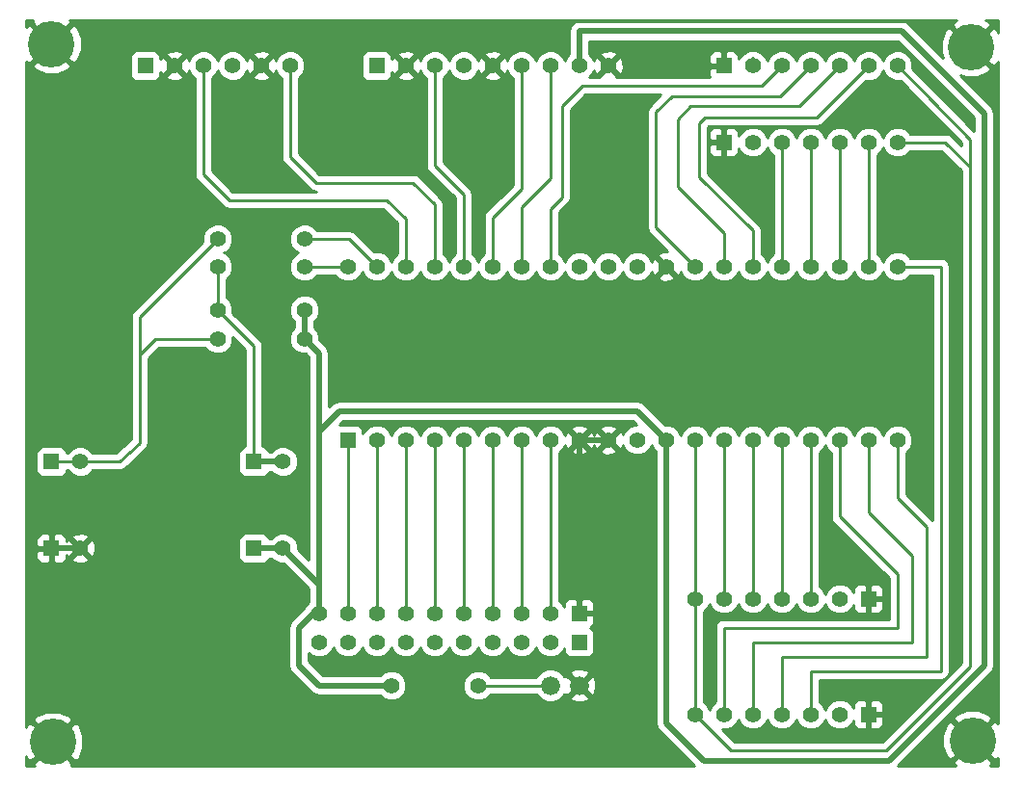
<source format=gbl>
G04 (created by PCBNEW (2013-07-07 BZR 4022)-stable) date 12/21/2016 6:33:19 PM*
%MOIN*%
G04 Gerber Fmt 3.4, Leading zero omitted, Abs format*
%FSLAX34Y34*%
G01*
G70*
G90*
G04 APERTURE LIST*
%ADD10C,0.00590551*%
%ADD11R,0.055X0.055*%
%ADD12C,0.055*%
%ADD13C,0.066*%
%ADD14C,0.16*%
%ADD15C,0.01*%
%ADD16C,0.02*%
G04 APERTURE END LIST*
G54D10*
G54D11*
X86000Y-54550D03*
G54D12*
X87000Y-54550D03*
X88000Y-54550D03*
X89000Y-54550D03*
X90000Y-54550D03*
X91000Y-54550D03*
X92000Y-54550D03*
X93000Y-54550D03*
X94000Y-54550D03*
G54D11*
X98000Y-54550D03*
G54D12*
X99000Y-54550D03*
X100000Y-54550D03*
X101000Y-54550D03*
X102000Y-54550D03*
X103000Y-54550D03*
X104000Y-54550D03*
G54D11*
X98000Y-57200D03*
G54D12*
X99000Y-57200D03*
X100000Y-57200D03*
X101000Y-57200D03*
X102000Y-57200D03*
X103000Y-57200D03*
X104000Y-57200D03*
G54D11*
X103000Y-77000D03*
G54D12*
X102000Y-77000D03*
X101000Y-77000D03*
X100000Y-77000D03*
X99000Y-77000D03*
X98000Y-77000D03*
X97000Y-77000D03*
G54D11*
X103000Y-73000D03*
G54D12*
X102000Y-73000D03*
X101000Y-73000D03*
X100000Y-73000D03*
X99000Y-73000D03*
X98000Y-73000D03*
X97000Y-73000D03*
G54D11*
X78000Y-54550D03*
G54D12*
X79000Y-54550D03*
X80000Y-54550D03*
X81000Y-54550D03*
X82000Y-54550D03*
X83000Y-54550D03*
G54D11*
X81750Y-68250D03*
G54D12*
X82750Y-68250D03*
G54D11*
X81750Y-71250D03*
G54D12*
X82750Y-71250D03*
G54D11*
X74750Y-71250D03*
G54D12*
X75750Y-71250D03*
G54D11*
X74750Y-68250D03*
G54D12*
X75750Y-68250D03*
G54D13*
X92000Y-76000D03*
X93000Y-76000D03*
G54D11*
X85000Y-67500D03*
G54D12*
X86000Y-67500D03*
X87000Y-67500D03*
X88000Y-67500D03*
X89000Y-67500D03*
X90000Y-67500D03*
X91000Y-67500D03*
X92000Y-67500D03*
X93000Y-67500D03*
X94000Y-67500D03*
X95000Y-67500D03*
X96000Y-67500D03*
X97000Y-67500D03*
X98000Y-67500D03*
X99000Y-67500D03*
X100000Y-67500D03*
X101000Y-67500D03*
X102000Y-67500D03*
X103000Y-67500D03*
X104000Y-67500D03*
X104000Y-61500D03*
X103000Y-61500D03*
X102000Y-61500D03*
X101000Y-61500D03*
X100000Y-61500D03*
X99000Y-61500D03*
X98000Y-61500D03*
X97000Y-61500D03*
X96000Y-61500D03*
X95000Y-61500D03*
X94000Y-61500D03*
X93000Y-61500D03*
X92000Y-61500D03*
X91000Y-61500D03*
X90000Y-61500D03*
X89000Y-61500D03*
X88000Y-61500D03*
X87000Y-61500D03*
X86000Y-61500D03*
X85000Y-61500D03*
G54D11*
X93000Y-73500D03*
G54D12*
X92000Y-73500D03*
X91000Y-73500D03*
X90000Y-73500D03*
X89000Y-73500D03*
X88000Y-73500D03*
X87000Y-73500D03*
X86000Y-73500D03*
X85000Y-73500D03*
X84000Y-73500D03*
G54D11*
X93000Y-74500D03*
G54D12*
X92000Y-74500D03*
X91000Y-74500D03*
X90000Y-74500D03*
X89000Y-74500D03*
X88000Y-74500D03*
X87000Y-74500D03*
X86000Y-74500D03*
X85000Y-74500D03*
X84000Y-74500D03*
X80500Y-63000D03*
X83500Y-63000D03*
G54D14*
X106600Y-77900D03*
X74800Y-77950D03*
X74750Y-53800D03*
X106550Y-53900D03*
G54D12*
X83500Y-61500D03*
X80500Y-61500D03*
X80500Y-64000D03*
X83500Y-64000D03*
X83500Y-60550D03*
X80500Y-60550D03*
X89500Y-76000D03*
X86500Y-76000D03*
G54D15*
X92000Y-54550D02*
X92000Y-58450D01*
X91000Y-59450D02*
X91000Y-61500D01*
X92000Y-58450D02*
X91000Y-59450D01*
X91000Y-54550D02*
X91000Y-58800D01*
X90000Y-59800D02*
X90000Y-61500D01*
X91000Y-58800D02*
X90000Y-59800D01*
X88000Y-54550D02*
X88000Y-58000D01*
X89000Y-59000D02*
X89000Y-61500D01*
X88000Y-58000D02*
X89000Y-59000D01*
X83000Y-54550D02*
X83000Y-57700D01*
X88000Y-59350D02*
X88000Y-61500D01*
X87250Y-58600D02*
X88000Y-59350D01*
X83900Y-58600D02*
X87250Y-58600D01*
X83000Y-57700D02*
X83900Y-58600D01*
X80000Y-54550D02*
X80000Y-58300D01*
X87000Y-59850D02*
X87000Y-61500D01*
X86350Y-59200D02*
X87000Y-59850D01*
X80900Y-59200D02*
X86350Y-59200D01*
X80000Y-58300D02*
X80900Y-59200D01*
G54D16*
X96000Y-73400D02*
X96000Y-77300D01*
X93000Y-53350D02*
X93000Y-54550D01*
X104150Y-53350D02*
X93000Y-53350D01*
X107000Y-56200D02*
X104150Y-53350D01*
X107000Y-75300D02*
X107000Y-56200D01*
X103700Y-78600D02*
X107000Y-75300D01*
X97300Y-78600D02*
X103700Y-78600D01*
X96000Y-77300D02*
X97300Y-78600D01*
X83500Y-64000D02*
X84000Y-64500D01*
X84000Y-64500D02*
X84000Y-67200D01*
X82750Y-71250D02*
X84000Y-72500D01*
X84700Y-66500D02*
X84000Y-67200D01*
X95000Y-66500D02*
X84700Y-66500D01*
X96000Y-67500D02*
X95000Y-66500D01*
X84000Y-67200D02*
X84000Y-72500D01*
X84000Y-72500D02*
X84000Y-73500D01*
X81750Y-71250D02*
X82750Y-71250D01*
X84000Y-73500D02*
X83800Y-73500D01*
X83800Y-73500D02*
X83300Y-74000D01*
X83300Y-74000D02*
X83300Y-75300D01*
X83300Y-75300D02*
X84000Y-76000D01*
X84000Y-76000D02*
X86500Y-76000D01*
X83500Y-63000D02*
X83500Y-64000D01*
X96000Y-73400D02*
X96000Y-67500D01*
G54D15*
X104000Y-57200D02*
X105650Y-57200D01*
X105650Y-57200D02*
X106500Y-58050D01*
X97000Y-77000D02*
X98250Y-78250D01*
X106500Y-75350D02*
X106500Y-58050D01*
X106500Y-58050D02*
X106500Y-57200D01*
X103600Y-78250D02*
X106500Y-75350D01*
X98250Y-78250D02*
X103600Y-78250D01*
X104000Y-54550D02*
X106500Y-57100D01*
X106500Y-57100D02*
X106500Y-57200D01*
X97000Y-73000D02*
X97000Y-77000D01*
X97000Y-73000D02*
X97000Y-67500D01*
X101000Y-73000D02*
X101000Y-67500D01*
X89000Y-73500D02*
X89000Y-67500D01*
X88000Y-73500D02*
X88000Y-67500D01*
X87000Y-73500D02*
X87000Y-67500D01*
X86000Y-73500D02*
X86000Y-67500D01*
X85000Y-73500D02*
X85000Y-67500D01*
X83500Y-60550D02*
X85050Y-60550D01*
X85050Y-60550D02*
X86000Y-61500D01*
X83500Y-61500D02*
X85000Y-61500D01*
X100000Y-61500D02*
X100000Y-57200D01*
X89500Y-76000D02*
X90500Y-76000D01*
X90500Y-76000D02*
X92000Y-76000D01*
X101000Y-77000D02*
X101000Y-75500D01*
X104000Y-61500D02*
X104000Y-61500D01*
X105500Y-61500D02*
X104000Y-61500D01*
X105500Y-75500D02*
X105500Y-61500D01*
X101000Y-75500D02*
X105500Y-75500D01*
X100000Y-54550D02*
X99300Y-55250D01*
X92000Y-59500D02*
X92000Y-61500D01*
X92400Y-59100D02*
X92000Y-59500D01*
X92400Y-55950D02*
X92400Y-59100D01*
X93100Y-55250D02*
X92400Y-55950D01*
X93550Y-55250D02*
X93100Y-55250D01*
X99300Y-55250D02*
X93550Y-55250D01*
X80500Y-61500D02*
X80500Y-63000D01*
X81750Y-68250D02*
X81750Y-64250D01*
X81750Y-64250D02*
X80500Y-63000D01*
G54D16*
X81750Y-68250D02*
X82750Y-68250D01*
G54D15*
X103000Y-54550D02*
X101200Y-56350D01*
X99000Y-60250D02*
X99000Y-61500D01*
X97150Y-58400D02*
X99000Y-60250D01*
X97150Y-56550D02*
X97150Y-58400D01*
X97350Y-56350D02*
X97150Y-56550D01*
X101200Y-56350D02*
X97350Y-56350D01*
X98000Y-61500D02*
X98000Y-60350D01*
X100600Y-55950D02*
X102000Y-54550D01*
X96850Y-55950D02*
X100600Y-55950D01*
X96400Y-56400D02*
X96850Y-55950D01*
X96400Y-58750D02*
X96400Y-56400D01*
X98000Y-60350D02*
X96400Y-58750D01*
X101000Y-54550D02*
X99950Y-55600D01*
X95650Y-60150D02*
X97000Y-61500D01*
X95650Y-56150D02*
X95650Y-60150D01*
X96200Y-55600D02*
X95650Y-56150D01*
X99950Y-55600D02*
X96200Y-55600D01*
X99000Y-77000D02*
X99000Y-74500D01*
X103000Y-70000D02*
X103000Y-67500D01*
X104500Y-71500D02*
X103000Y-70000D01*
X104500Y-74500D02*
X104500Y-71500D01*
X99000Y-74500D02*
X104500Y-74500D01*
X101000Y-61500D02*
X101000Y-57200D01*
X98000Y-77000D02*
X98000Y-74000D01*
X102000Y-70150D02*
X102000Y-67500D01*
X104000Y-72150D02*
X102000Y-70150D01*
X104000Y-74000D02*
X104000Y-72150D01*
X98000Y-74000D02*
X104000Y-74000D01*
X100000Y-77000D02*
X100000Y-75000D01*
X104000Y-69500D02*
X104000Y-67500D01*
X105000Y-70500D02*
X104000Y-69500D01*
X105000Y-75000D02*
X105000Y-70500D01*
X100000Y-75000D02*
X105000Y-75000D01*
X103000Y-61500D02*
X103000Y-57200D01*
X102000Y-61500D02*
X102000Y-57200D01*
X100000Y-73000D02*
X100000Y-67500D01*
X77800Y-64550D02*
X78350Y-64000D01*
X78350Y-64000D02*
X80500Y-64000D01*
X77800Y-63250D02*
X77800Y-63450D01*
X77100Y-68250D02*
X77800Y-67600D01*
X75750Y-68250D02*
X77100Y-68250D01*
X77800Y-66200D02*
X77800Y-67600D01*
X77800Y-63250D02*
X77800Y-64400D01*
X80500Y-60550D02*
X77800Y-63250D01*
X77800Y-66200D02*
X77800Y-64550D01*
X77800Y-64550D02*
X77800Y-64400D01*
X74750Y-68250D02*
X75750Y-68250D01*
X99000Y-73000D02*
X99000Y-67500D01*
X98000Y-73000D02*
X98000Y-67500D01*
X92000Y-73500D02*
X92000Y-67500D01*
X91000Y-73500D02*
X91000Y-67500D01*
X90000Y-73500D02*
X90000Y-67500D01*
G54D16*
X99000Y-54550D02*
X99000Y-54350D01*
X74750Y-71250D02*
X75750Y-71250D01*
X93000Y-73500D02*
X93000Y-67500D01*
X93000Y-67500D02*
X94000Y-67500D01*
G54D10*
G36*
X103700Y-73700D02*
X103525Y-73700D01*
X103525Y-73225D01*
X103525Y-72774D01*
X103524Y-72675D01*
X103486Y-72583D01*
X103416Y-72512D01*
X103324Y-72474D01*
X103112Y-72475D01*
X103050Y-72537D01*
X103050Y-72950D01*
X103462Y-72950D01*
X103525Y-72887D01*
X103525Y-72774D01*
X103525Y-73225D01*
X103525Y-73112D01*
X103462Y-73050D01*
X103050Y-73050D01*
X103050Y-73462D01*
X103112Y-73525D01*
X103324Y-73525D01*
X103416Y-73487D01*
X103486Y-73416D01*
X103524Y-73324D01*
X103525Y-73225D01*
X103525Y-73700D01*
X98000Y-73700D01*
X97885Y-73722D01*
X97787Y-73787D01*
X97722Y-73885D01*
X97700Y-74000D01*
X97700Y-76557D01*
X97555Y-76702D01*
X97499Y-76835D01*
X97445Y-76703D01*
X97300Y-76557D01*
X97300Y-73442D01*
X97444Y-73297D01*
X97500Y-73164D01*
X97554Y-73297D01*
X97702Y-73444D01*
X97895Y-73524D01*
X98103Y-73525D01*
X98297Y-73445D01*
X98444Y-73297D01*
X98500Y-73164D01*
X98554Y-73297D01*
X98702Y-73444D01*
X98895Y-73524D01*
X99103Y-73525D01*
X99297Y-73445D01*
X99444Y-73297D01*
X99500Y-73164D01*
X99554Y-73297D01*
X99702Y-73444D01*
X99895Y-73524D01*
X100103Y-73525D01*
X100297Y-73445D01*
X100444Y-73297D01*
X100500Y-73164D01*
X100554Y-73297D01*
X100702Y-73444D01*
X100895Y-73524D01*
X101103Y-73525D01*
X101297Y-73445D01*
X101444Y-73297D01*
X101500Y-73164D01*
X101554Y-73297D01*
X101702Y-73444D01*
X101895Y-73524D01*
X102103Y-73525D01*
X102297Y-73445D01*
X102444Y-73297D01*
X102474Y-73225D01*
X102474Y-73225D01*
X102475Y-73324D01*
X102513Y-73416D01*
X102583Y-73487D01*
X102675Y-73525D01*
X102887Y-73525D01*
X102950Y-73462D01*
X102950Y-73050D01*
X102942Y-73050D01*
X102942Y-72950D01*
X102950Y-72950D01*
X102950Y-72537D01*
X102887Y-72475D01*
X102675Y-72474D01*
X102583Y-72512D01*
X102513Y-72583D01*
X102475Y-72675D01*
X102474Y-72774D01*
X102474Y-72774D01*
X102445Y-72703D01*
X102297Y-72555D01*
X102104Y-72475D01*
X101896Y-72474D01*
X101703Y-72554D01*
X101555Y-72702D01*
X101499Y-72835D01*
X101445Y-72703D01*
X101300Y-72557D01*
X101300Y-67942D01*
X101444Y-67797D01*
X101500Y-67664D01*
X101554Y-67797D01*
X101700Y-67942D01*
X101700Y-70150D01*
X101722Y-70264D01*
X101787Y-70362D01*
X103700Y-72274D01*
X103700Y-73700D01*
X103700Y-73700D01*
G37*
G54D15*
X103700Y-73700D02*
X103525Y-73700D01*
X103525Y-73225D01*
X103525Y-72774D01*
X103524Y-72675D01*
X103486Y-72583D01*
X103416Y-72512D01*
X103324Y-72474D01*
X103112Y-72475D01*
X103050Y-72537D01*
X103050Y-72950D01*
X103462Y-72950D01*
X103525Y-72887D01*
X103525Y-72774D01*
X103525Y-73225D01*
X103525Y-73112D01*
X103462Y-73050D01*
X103050Y-73050D01*
X103050Y-73462D01*
X103112Y-73525D01*
X103324Y-73525D01*
X103416Y-73487D01*
X103486Y-73416D01*
X103524Y-73324D01*
X103525Y-73225D01*
X103525Y-73700D01*
X98000Y-73700D01*
X97885Y-73722D01*
X97787Y-73787D01*
X97722Y-73885D01*
X97700Y-74000D01*
X97700Y-76557D01*
X97555Y-76702D01*
X97499Y-76835D01*
X97445Y-76703D01*
X97300Y-76557D01*
X97300Y-73442D01*
X97444Y-73297D01*
X97500Y-73164D01*
X97554Y-73297D01*
X97702Y-73444D01*
X97895Y-73524D01*
X98103Y-73525D01*
X98297Y-73445D01*
X98444Y-73297D01*
X98500Y-73164D01*
X98554Y-73297D01*
X98702Y-73444D01*
X98895Y-73524D01*
X99103Y-73525D01*
X99297Y-73445D01*
X99444Y-73297D01*
X99500Y-73164D01*
X99554Y-73297D01*
X99702Y-73444D01*
X99895Y-73524D01*
X100103Y-73525D01*
X100297Y-73445D01*
X100444Y-73297D01*
X100500Y-73164D01*
X100554Y-73297D01*
X100702Y-73444D01*
X100895Y-73524D01*
X101103Y-73525D01*
X101297Y-73445D01*
X101444Y-73297D01*
X101500Y-73164D01*
X101554Y-73297D01*
X101702Y-73444D01*
X101895Y-73524D01*
X102103Y-73525D01*
X102297Y-73445D01*
X102444Y-73297D01*
X102474Y-73225D01*
X102474Y-73225D01*
X102475Y-73324D01*
X102513Y-73416D01*
X102583Y-73487D01*
X102675Y-73525D01*
X102887Y-73525D01*
X102950Y-73462D01*
X102950Y-73050D01*
X102942Y-73050D01*
X102942Y-72950D01*
X102950Y-72950D01*
X102950Y-72537D01*
X102887Y-72475D01*
X102675Y-72474D01*
X102583Y-72512D01*
X102513Y-72583D01*
X102475Y-72675D01*
X102474Y-72774D01*
X102474Y-72774D01*
X102445Y-72703D01*
X102297Y-72555D01*
X102104Y-72475D01*
X101896Y-72474D01*
X101703Y-72554D01*
X101555Y-72702D01*
X101499Y-72835D01*
X101445Y-72703D01*
X101300Y-72557D01*
X101300Y-67942D01*
X101444Y-67797D01*
X101500Y-67664D01*
X101554Y-67797D01*
X101700Y-67942D01*
X101700Y-70150D01*
X101722Y-70264D01*
X101787Y-70362D01*
X103700Y-72274D01*
X103700Y-73700D01*
G54D10*
G36*
X106200Y-57325D02*
X105862Y-56987D01*
X105764Y-56922D01*
X105650Y-56900D01*
X104442Y-56900D01*
X104297Y-56755D01*
X104104Y-56675D01*
X103896Y-56674D01*
X103703Y-56754D01*
X103555Y-56902D01*
X103499Y-57035D01*
X103445Y-56903D01*
X103297Y-56755D01*
X103104Y-56675D01*
X102896Y-56674D01*
X102703Y-56754D01*
X102555Y-56902D01*
X102499Y-57035D01*
X102445Y-56903D01*
X102297Y-56755D01*
X102104Y-56675D01*
X101896Y-56674D01*
X101703Y-56754D01*
X101555Y-56902D01*
X101499Y-57035D01*
X101445Y-56903D01*
X101297Y-56755D01*
X101104Y-56675D01*
X100896Y-56674D01*
X100703Y-56754D01*
X100555Y-56902D01*
X100499Y-57035D01*
X100445Y-56903D01*
X100297Y-56755D01*
X100104Y-56675D01*
X99896Y-56674D01*
X99703Y-56754D01*
X99555Y-56902D01*
X99499Y-57035D01*
X99445Y-56903D01*
X99297Y-56755D01*
X99104Y-56675D01*
X98896Y-56674D01*
X98703Y-56754D01*
X98555Y-56902D01*
X98525Y-56974D01*
X98525Y-56974D01*
X98524Y-56875D01*
X98486Y-56783D01*
X98416Y-56712D01*
X98324Y-56674D01*
X98112Y-56675D01*
X98050Y-56737D01*
X98050Y-57150D01*
X98057Y-57150D01*
X98057Y-57250D01*
X98050Y-57250D01*
X98050Y-57662D01*
X98112Y-57725D01*
X98324Y-57725D01*
X98416Y-57687D01*
X98486Y-57616D01*
X98524Y-57524D01*
X98525Y-57425D01*
X98525Y-57425D01*
X98554Y-57497D01*
X98702Y-57644D01*
X98895Y-57724D01*
X99103Y-57725D01*
X99297Y-57645D01*
X99444Y-57497D01*
X99500Y-57364D01*
X99554Y-57497D01*
X99700Y-57642D01*
X99700Y-61057D01*
X99555Y-61202D01*
X99499Y-61335D01*
X99445Y-61203D01*
X99300Y-61057D01*
X99300Y-60250D01*
X99277Y-60135D01*
X99212Y-60037D01*
X99212Y-60037D01*
X97950Y-58775D01*
X97950Y-57662D01*
X97950Y-57250D01*
X97950Y-57150D01*
X97950Y-56737D01*
X97887Y-56675D01*
X97675Y-56674D01*
X97583Y-56712D01*
X97513Y-56783D01*
X97475Y-56875D01*
X97474Y-56974D01*
X97475Y-57087D01*
X97537Y-57150D01*
X97950Y-57150D01*
X97950Y-57250D01*
X97537Y-57250D01*
X97475Y-57312D01*
X97474Y-57425D01*
X97475Y-57524D01*
X97513Y-57616D01*
X97583Y-57687D01*
X97675Y-57725D01*
X97887Y-57725D01*
X97950Y-57662D01*
X97950Y-58775D01*
X97450Y-58275D01*
X97450Y-56674D01*
X97474Y-56650D01*
X101200Y-56650D01*
X101200Y-56649D01*
X101314Y-56627D01*
X101314Y-56627D01*
X101412Y-56562D01*
X102899Y-55074D01*
X103103Y-55075D01*
X103297Y-54995D01*
X103444Y-54847D01*
X103500Y-54714D01*
X103554Y-54847D01*
X103702Y-54994D01*
X103895Y-55074D01*
X104094Y-55075D01*
X106200Y-57225D01*
X106200Y-57325D01*
X106200Y-57325D01*
G37*
G54D15*
X106200Y-57325D02*
X105862Y-56987D01*
X105764Y-56922D01*
X105650Y-56900D01*
X104442Y-56900D01*
X104297Y-56755D01*
X104104Y-56675D01*
X103896Y-56674D01*
X103703Y-56754D01*
X103555Y-56902D01*
X103499Y-57035D01*
X103445Y-56903D01*
X103297Y-56755D01*
X103104Y-56675D01*
X102896Y-56674D01*
X102703Y-56754D01*
X102555Y-56902D01*
X102499Y-57035D01*
X102445Y-56903D01*
X102297Y-56755D01*
X102104Y-56675D01*
X101896Y-56674D01*
X101703Y-56754D01*
X101555Y-56902D01*
X101499Y-57035D01*
X101445Y-56903D01*
X101297Y-56755D01*
X101104Y-56675D01*
X100896Y-56674D01*
X100703Y-56754D01*
X100555Y-56902D01*
X100499Y-57035D01*
X100445Y-56903D01*
X100297Y-56755D01*
X100104Y-56675D01*
X99896Y-56674D01*
X99703Y-56754D01*
X99555Y-56902D01*
X99499Y-57035D01*
X99445Y-56903D01*
X99297Y-56755D01*
X99104Y-56675D01*
X98896Y-56674D01*
X98703Y-56754D01*
X98555Y-56902D01*
X98525Y-56974D01*
X98525Y-56974D01*
X98524Y-56875D01*
X98486Y-56783D01*
X98416Y-56712D01*
X98324Y-56674D01*
X98112Y-56675D01*
X98050Y-56737D01*
X98050Y-57150D01*
X98057Y-57150D01*
X98057Y-57250D01*
X98050Y-57250D01*
X98050Y-57662D01*
X98112Y-57725D01*
X98324Y-57725D01*
X98416Y-57687D01*
X98486Y-57616D01*
X98524Y-57524D01*
X98525Y-57425D01*
X98525Y-57425D01*
X98554Y-57497D01*
X98702Y-57644D01*
X98895Y-57724D01*
X99103Y-57725D01*
X99297Y-57645D01*
X99444Y-57497D01*
X99500Y-57364D01*
X99554Y-57497D01*
X99700Y-57642D01*
X99700Y-61057D01*
X99555Y-61202D01*
X99499Y-61335D01*
X99445Y-61203D01*
X99300Y-61057D01*
X99300Y-60250D01*
X99277Y-60135D01*
X99212Y-60037D01*
X99212Y-60037D01*
X97950Y-58775D01*
X97950Y-57662D01*
X97950Y-57250D01*
X97950Y-57150D01*
X97950Y-56737D01*
X97887Y-56675D01*
X97675Y-56674D01*
X97583Y-56712D01*
X97513Y-56783D01*
X97475Y-56875D01*
X97474Y-56974D01*
X97475Y-57087D01*
X97537Y-57150D01*
X97950Y-57150D01*
X97950Y-57250D01*
X97537Y-57250D01*
X97475Y-57312D01*
X97474Y-57425D01*
X97475Y-57524D01*
X97513Y-57616D01*
X97583Y-57687D01*
X97675Y-57725D01*
X97887Y-57725D01*
X97950Y-57662D01*
X97950Y-58775D01*
X97450Y-58275D01*
X97450Y-56674D01*
X97474Y-56650D01*
X101200Y-56650D01*
X101200Y-56649D01*
X101314Y-56627D01*
X101314Y-56627D01*
X101412Y-56562D01*
X102899Y-55074D01*
X103103Y-55075D01*
X103297Y-54995D01*
X103444Y-54847D01*
X103500Y-54714D01*
X103554Y-54847D01*
X103702Y-54994D01*
X103895Y-55074D01*
X104094Y-55075D01*
X106200Y-57225D01*
X106200Y-57325D01*
G54D10*
G36*
X106200Y-75225D02*
X103525Y-77900D01*
X103525Y-77225D01*
X103525Y-76774D01*
X103524Y-76675D01*
X103486Y-76583D01*
X103416Y-76512D01*
X103324Y-76474D01*
X103112Y-76475D01*
X103050Y-76537D01*
X103050Y-76950D01*
X103462Y-76950D01*
X103525Y-76887D01*
X103525Y-76774D01*
X103525Y-77225D01*
X103525Y-77112D01*
X103462Y-77050D01*
X103050Y-77050D01*
X103050Y-77462D01*
X103112Y-77525D01*
X103324Y-77525D01*
X103416Y-77487D01*
X103486Y-77416D01*
X103524Y-77324D01*
X103525Y-77225D01*
X103525Y-77900D01*
X103475Y-77950D01*
X98374Y-77950D01*
X97949Y-77524D01*
X98103Y-77525D01*
X98297Y-77445D01*
X98444Y-77297D01*
X98500Y-77164D01*
X98554Y-77297D01*
X98702Y-77444D01*
X98895Y-77524D01*
X99103Y-77525D01*
X99297Y-77445D01*
X99444Y-77297D01*
X99500Y-77164D01*
X99554Y-77297D01*
X99702Y-77444D01*
X99895Y-77524D01*
X100103Y-77525D01*
X100297Y-77445D01*
X100444Y-77297D01*
X100500Y-77164D01*
X100554Y-77297D01*
X100702Y-77444D01*
X100895Y-77524D01*
X101103Y-77525D01*
X101297Y-77445D01*
X101444Y-77297D01*
X101500Y-77164D01*
X101554Y-77297D01*
X101702Y-77444D01*
X101895Y-77524D01*
X102103Y-77525D01*
X102297Y-77445D01*
X102444Y-77297D01*
X102474Y-77225D01*
X102474Y-77225D01*
X102475Y-77324D01*
X102513Y-77416D01*
X102583Y-77487D01*
X102675Y-77525D01*
X102887Y-77525D01*
X102950Y-77462D01*
X102950Y-77050D01*
X102942Y-77050D01*
X102942Y-76950D01*
X102950Y-76950D01*
X102950Y-76537D01*
X102887Y-76475D01*
X102675Y-76474D01*
X102583Y-76512D01*
X102513Y-76583D01*
X102475Y-76675D01*
X102474Y-76774D01*
X102474Y-76774D01*
X102445Y-76703D01*
X102297Y-76555D01*
X102104Y-76475D01*
X101896Y-76474D01*
X101703Y-76554D01*
X101555Y-76702D01*
X101499Y-76835D01*
X101445Y-76703D01*
X101300Y-76557D01*
X101300Y-75800D01*
X105500Y-75800D01*
X105614Y-75777D01*
X105712Y-75712D01*
X105777Y-75614D01*
X105800Y-75500D01*
X105800Y-61500D01*
X105777Y-61385D01*
X105712Y-61287D01*
X105614Y-61222D01*
X105500Y-61200D01*
X104442Y-61200D01*
X104297Y-61055D01*
X104104Y-60975D01*
X103896Y-60974D01*
X103703Y-61054D01*
X103555Y-61202D01*
X103499Y-61335D01*
X103445Y-61203D01*
X103300Y-61057D01*
X103300Y-57642D01*
X103444Y-57497D01*
X103500Y-57364D01*
X103554Y-57497D01*
X103702Y-57644D01*
X103895Y-57724D01*
X104103Y-57725D01*
X104297Y-57645D01*
X104442Y-57500D01*
X105525Y-57500D01*
X106200Y-58174D01*
X106200Y-75225D01*
X106200Y-75225D01*
G37*
G54D15*
X106200Y-75225D02*
X103525Y-77900D01*
X103525Y-77225D01*
X103525Y-76774D01*
X103524Y-76675D01*
X103486Y-76583D01*
X103416Y-76512D01*
X103324Y-76474D01*
X103112Y-76475D01*
X103050Y-76537D01*
X103050Y-76950D01*
X103462Y-76950D01*
X103525Y-76887D01*
X103525Y-76774D01*
X103525Y-77225D01*
X103525Y-77112D01*
X103462Y-77050D01*
X103050Y-77050D01*
X103050Y-77462D01*
X103112Y-77525D01*
X103324Y-77525D01*
X103416Y-77487D01*
X103486Y-77416D01*
X103524Y-77324D01*
X103525Y-77225D01*
X103525Y-77900D01*
X103475Y-77950D01*
X98374Y-77950D01*
X97949Y-77524D01*
X98103Y-77525D01*
X98297Y-77445D01*
X98444Y-77297D01*
X98500Y-77164D01*
X98554Y-77297D01*
X98702Y-77444D01*
X98895Y-77524D01*
X99103Y-77525D01*
X99297Y-77445D01*
X99444Y-77297D01*
X99500Y-77164D01*
X99554Y-77297D01*
X99702Y-77444D01*
X99895Y-77524D01*
X100103Y-77525D01*
X100297Y-77445D01*
X100444Y-77297D01*
X100500Y-77164D01*
X100554Y-77297D01*
X100702Y-77444D01*
X100895Y-77524D01*
X101103Y-77525D01*
X101297Y-77445D01*
X101444Y-77297D01*
X101500Y-77164D01*
X101554Y-77297D01*
X101702Y-77444D01*
X101895Y-77524D01*
X102103Y-77525D01*
X102297Y-77445D01*
X102444Y-77297D01*
X102474Y-77225D01*
X102474Y-77225D01*
X102475Y-77324D01*
X102513Y-77416D01*
X102583Y-77487D01*
X102675Y-77525D01*
X102887Y-77525D01*
X102950Y-77462D01*
X102950Y-77050D01*
X102942Y-77050D01*
X102942Y-76950D01*
X102950Y-76950D01*
X102950Y-76537D01*
X102887Y-76475D01*
X102675Y-76474D01*
X102583Y-76512D01*
X102513Y-76583D01*
X102475Y-76675D01*
X102474Y-76774D01*
X102474Y-76774D01*
X102445Y-76703D01*
X102297Y-76555D01*
X102104Y-76475D01*
X101896Y-76474D01*
X101703Y-76554D01*
X101555Y-76702D01*
X101499Y-76835D01*
X101445Y-76703D01*
X101300Y-76557D01*
X101300Y-75800D01*
X105500Y-75800D01*
X105614Y-75777D01*
X105712Y-75712D01*
X105777Y-75614D01*
X105800Y-75500D01*
X105800Y-61500D01*
X105777Y-61385D01*
X105712Y-61287D01*
X105614Y-61222D01*
X105500Y-61200D01*
X104442Y-61200D01*
X104297Y-61055D01*
X104104Y-60975D01*
X103896Y-60974D01*
X103703Y-61054D01*
X103555Y-61202D01*
X103499Y-61335D01*
X103445Y-61203D01*
X103300Y-61057D01*
X103300Y-57642D01*
X103444Y-57497D01*
X103500Y-57364D01*
X103554Y-57497D01*
X103702Y-57644D01*
X103895Y-57724D01*
X104103Y-57725D01*
X104297Y-57645D01*
X104442Y-57500D01*
X105525Y-57500D01*
X106200Y-58174D01*
X106200Y-75225D01*
G54D10*
G36*
X106650Y-56827D02*
X104524Y-54656D01*
X104524Y-54654D01*
X104525Y-54446D01*
X104445Y-54253D01*
X104297Y-54105D01*
X104104Y-54025D01*
X103896Y-54024D01*
X103703Y-54104D01*
X103555Y-54252D01*
X103499Y-54385D01*
X103445Y-54253D01*
X103297Y-54105D01*
X103104Y-54025D01*
X102896Y-54024D01*
X102703Y-54104D01*
X102555Y-54252D01*
X102499Y-54385D01*
X102445Y-54253D01*
X102297Y-54105D01*
X102104Y-54025D01*
X101896Y-54024D01*
X101703Y-54104D01*
X101555Y-54252D01*
X101499Y-54385D01*
X101445Y-54253D01*
X101297Y-54105D01*
X101104Y-54025D01*
X100896Y-54024D01*
X100703Y-54104D01*
X100555Y-54252D01*
X100499Y-54385D01*
X100445Y-54253D01*
X100297Y-54105D01*
X100104Y-54025D01*
X99896Y-54024D01*
X99703Y-54104D01*
X99555Y-54252D01*
X99499Y-54385D01*
X99445Y-54253D01*
X99297Y-54105D01*
X99175Y-54054D01*
X99133Y-54026D01*
X99000Y-54000D01*
X98866Y-54026D01*
X98824Y-54054D01*
X98703Y-54104D01*
X98555Y-54252D01*
X98525Y-54324D01*
X98525Y-54324D01*
X98524Y-54225D01*
X98486Y-54133D01*
X98416Y-54062D01*
X98324Y-54024D01*
X98112Y-54025D01*
X98050Y-54087D01*
X98050Y-54500D01*
X98057Y-54500D01*
X98057Y-54600D01*
X98050Y-54600D01*
X98050Y-54607D01*
X97950Y-54607D01*
X97950Y-54600D01*
X97950Y-54500D01*
X97950Y-54087D01*
X97887Y-54025D01*
X97675Y-54024D01*
X97583Y-54062D01*
X97513Y-54133D01*
X97475Y-54225D01*
X97474Y-54324D01*
X97475Y-54437D01*
X97537Y-54500D01*
X97950Y-54500D01*
X97950Y-54600D01*
X97537Y-54600D01*
X97475Y-54662D01*
X97474Y-54775D01*
X97475Y-54874D01*
X97506Y-54950D01*
X94529Y-54950D01*
X94529Y-54625D01*
X94518Y-54417D01*
X94460Y-54277D01*
X94367Y-54252D01*
X94297Y-54323D01*
X94297Y-54182D01*
X94272Y-54089D01*
X94075Y-54020D01*
X93867Y-54031D01*
X93727Y-54089D01*
X93702Y-54182D01*
X94000Y-54479D01*
X94297Y-54182D01*
X94297Y-54323D01*
X94070Y-54550D01*
X94367Y-54847D01*
X94460Y-54822D01*
X94529Y-54625D01*
X94529Y-54950D01*
X94288Y-54950D01*
X94297Y-54917D01*
X94000Y-54620D01*
X93702Y-54917D01*
X93711Y-54950D01*
X93550Y-54950D01*
X93342Y-54950D01*
X93444Y-54847D01*
X93497Y-54721D01*
X93539Y-54822D01*
X93632Y-54847D01*
X93929Y-54550D01*
X93632Y-54252D01*
X93539Y-54277D01*
X93500Y-54387D01*
X93445Y-54253D01*
X93350Y-54157D01*
X93350Y-53700D01*
X104005Y-53700D01*
X106650Y-56344D01*
X106650Y-56827D01*
X106650Y-56827D01*
G37*
G54D15*
X106650Y-56827D02*
X104524Y-54656D01*
X104524Y-54654D01*
X104525Y-54446D01*
X104445Y-54253D01*
X104297Y-54105D01*
X104104Y-54025D01*
X103896Y-54024D01*
X103703Y-54104D01*
X103555Y-54252D01*
X103499Y-54385D01*
X103445Y-54253D01*
X103297Y-54105D01*
X103104Y-54025D01*
X102896Y-54024D01*
X102703Y-54104D01*
X102555Y-54252D01*
X102499Y-54385D01*
X102445Y-54253D01*
X102297Y-54105D01*
X102104Y-54025D01*
X101896Y-54024D01*
X101703Y-54104D01*
X101555Y-54252D01*
X101499Y-54385D01*
X101445Y-54253D01*
X101297Y-54105D01*
X101104Y-54025D01*
X100896Y-54024D01*
X100703Y-54104D01*
X100555Y-54252D01*
X100499Y-54385D01*
X100445Y-54253D01*
X100297Y-54105D01*
X100104Y-54025D01*
X99896Y-54024D01*
X99703Y-54104D01*
X99555Y-54252D01*
X99499Y-54385D01*
X99445Y-54253D01*
X99297Y-54105D01*
X99175Y-54054D01*
X99133Y-54026D01*
X99000Y-54000D01*
X98866Y-54026D01*
X98824Y-54054D01*
X98703Y-54104D01*
X98555Y-54252D01*
X98525Y-54324D01*
X98525Y-54324D01*
X98524Y-54225D01*
X98486Y-54133D01*
X98416Y-54062D01*
X98324Y-54024D01*
X98112Y-54025D01*
X98050Y-54087D01*
X98050Y-54500D01*
X98057Y-54500D01*
X98057Y-54600D01*
X98050Y-54600D01*
X98050Y-54607D01*
X97950Y-54607D01*
X97950Y-54600D01*
X97950Y-54500D01*
X97950Y-54087D01*
X97887Y-54025D01*
X97675Y-54024D01*
X97583Y-54062D01*
X97513Y-54133D01*
X97475Y-54225D01*
X97474Y-54324D01*
X97475Y-54437D01*
X97537Y-54500D01*
X97950Y-54500D01*
X97950Y-54600D01*
X97537Y-54600D01*
X97475Y-54662D01*
X97474Y-54775D01*
X97475Y-54874D01*
X97506Y-54950D01*
X94529Y-54950D01*
X94529Y-54625D01*
X94518Y-54417D01*
X94460Y-54277D01*
X94367Y-54252D01*
X94297Y-54323D01*
X94297Y-54182D01*
X94272Y-54089D01*
X94075Y-54020D01*
X93867Y-54031D01*
X93727Y-54089D01*
X93702Y-54182D01*
X94000Y-54479D01*
X94297Y-54182D01*
X94297Y-54323D01*
X94070Y-54550D01*
X94367Y-54847D01*
X94460Y-54822D01*
X94529Y-54625D01*
X94529Y-54950D01*
X94288Y-54950D01*
X94297Y-54917D01*
X94000Y-54620D01*
X93702Y-54917D01*
X93711Y-54950D01*
X93550Y-54950D01*
X93342Y-54950D01*
X93444Y-54847D01*
X93497Y-54721D01*
X93539Y-54822D01*
X93632Y-54847D01*
X93929Y-54550D01*
X93632Y-54252D01*
X93539Y-54277D01*
X93500Y-54387D01*
X93445Y-54253D01*
X93350Y-54157D01*
X93350Y-53700D01*
X104005Y-53700D01*
X106650Y-56344D01*
X106650Y-56827D01*
G54D10*
G36*
X107480Y-78780D02*
X107196Y-78780D01*
X107276Y-78647D01*
X106600Y-77970D01*
X106529Y-78041D01*
X106529Y-77900D01*
X105852Y-77223D01*
X105705Y-77311D01*
X105548Y-77698D01*
X105551Y-78116D01*
X105705Y-78488D01*
X105852Y-78576D01*
X106529Y-77900D01*
X106529Y-78041D01*
X105923Y-78647D01*
X106003Y-78780D01*
X104014Y-78780D01*
X107247Y-75547D01*
X107323Y-75433D01*
X107323Y-75433D01*
X107350Y-75300D01*
X107350Y-56200D01*
X107349Y-56199D01*
X107323Y-56066D01*
X107247Y-55952D01*
X107247Y-55952D01*
X106176Y-54881D01*
X106348Y-54951D01*
X106766Y-54948D01*
X107138Y-54794D01*
X107226Y-54647D01*
X106550Y-53970D01*
X106544Y-53976D01*
X106473Y-53905D01*
X106479Y-53900D01*
X105802Y-53223D01*
X105655Y-53311D01*
X105498Y-53698D01*
X105501Y-54116D01*
X105565Y-54270D01*
X104397Y-53102D01*
X104283Y-53026D01*
X104150Y-53000D01*
X93000Y-53000D01*
X92866Y-53026D01*
X92752Y-53102D01*
X92676Y-53216D01*
X92650Y-53350D01*
X92650Y-54157D01*
X92555Y-54252D01*
X92499Y-54385D01*
X92445Y-54253D01*
X92297Y-54105D01*
X92104Y-54025D01*
X91896Y-54024D01*
X91703Y-54104D01*
X91555Y-54252D01*
X91499Y-54385D01*
X91445Y-54253D01*
X91297Y-54105D01*
X91104Y-54025D01*
X90896Y-54024D01*
X90703Y-54104D01*
X90555Y-54252D01*
X90502Y-54378D01*
X90460Y-54277D01*
X90367Y-54252D01*
X90297Y-54323D01*
X90297Y-54182D01*
X90272Y-54089D01*
X90075Y-54020D01*
X89867Y-54031D01*
X89727Y-54089D01*
X89702Y-54182D01*
X90000Y-54479D01*
X90297Y-54182D01*
X90297Y-54323D01*
X90070Y-54550D01*
X90367Y-54847D01*
X90460Y-54822D01*
X90499Y-54712D01*
X90554Y-54847D01*
X90700Y-54992D01*
X90700Y-58675D01*
X90297Y-59078D01*
X90297Y-54917D01*
X90000Y-54620D01*
X89702Y-54917D01*
X89727Y-55010D01*
X89924Y-55079D01*
X90132Y-55068D01*
X90272Y-55010D01*
X90297Y-54917D01*
X90297Y-59078D01*
X89787Y-59587D01*
X89722Y-59685D01*
X89700Y-59800D01*
X89700Y-61057D01*
X89555Y-61202D01*
X89499Y-61335D01*
X89445Y-61203D01*
X89300Y-61057D01*
X89300Y-59000D01*
X89277Y-58885D01*
X89212Y-58787D01*
X89212Y-58787D01*
X88300Y-57875D01*
X88300Y-54992D01*
X88444Y-54847D01*
X88500Y-54714D01*
X88554Y-54847D01*
X88702Y-54994D01*
X88895Y-55074D01*
X89103Y-55075D01*
X89297Y-54995D01*
X89444Y-54847D01*
X89497Y-54721D01*
X89539Y-54822D01*
X89632Y-54847D01*
X89929Y-54550D01*
X89632Y-54252D01*
X89539Y-54277D01*
X89500Y-54387D01*
X89445Y-54253D01*
X89297Y-54105D01*
X89104Y-54025D01*
X88896Y-54024D01*
X88703Y-54104D01*
X88555Y-54252D01*
X88499Y-54385D01*
X88445Y-54253D01*
X88297Y-54105D01*
X88104Y-54025D01*
X87896Y-54024D01*
X87703Y-54104D01*
X87555Y-54252D01*
X87502Y-54378D01*
X87460Y-54277D01*
X87367Y-54252D01*
X87297Y-54323D01*
X87297Y-54182D01*
X87272Y-54089D01*
X87075Y-54020D01*
X86867Y-54031D01*
X86727Y-54089D01*
X86702Y-54182D01*
X87000Y-54479D01*
X87297Y-54182D01*
X87297Y-54323D01*
X87070Y-54550D01*
X87367Y-54847D01*
X87460Y-54822D01*
X87499Y-54712D01*
X87554Y-54847D01*
X87700Y-54992D01*
X87700Y-58000D01*
X87722Y-58114D01*
X87787Y-58212D01*
X88700Y-59124D01*
X88700Y-61057D01*
X88555Y-61202D01*
X88499Y-61335D01*
X88445Y-61203D01*
X88300Y-61057D01*
X88300Y-59350D01*
X88299Y-59349D01*
X88277Y-59235D01*
X88212Y-59137D01*
X88212Y-59137D01*
X87462Y-58387D01*
X87364Y-58322D01*
X87297Y-58309D01*
X87297Y-54917D01*
X87000Y-54620D01*
X86929Y-54691D01*
X86929Y-54550D01*
X86632Y-54252D01*
X86539Y-54277D01*
X86525Y-54318D01*
X86525Y-54225D01*
X86487Y-54133D01*
X86416Y-54063D01*
X86324Y-54025D01*
X86225Y-54024D01*
X85675Y-54024D01*
X85583Y-54062D01*
X85513Y-54133D01*
X85475Y-54225D01*
X85474Y-54324D01*
X85474Y-54874D01*
X85512Y-54966D01*
X85583Y-55036D01*
X85675Y-55074D01*
X85774Y-55075D01*
X86324Y-55075D01*
X86416Y-55037D01*
X86486Y-54966D01*
X86524Y-54874D01*
X86525Y-54787D01*
X86539Y-54822D01*
X86632Y-54847D01*
X86929Y-54550D01*
X86929Y-54691D01*
X86702Y-54917D01*
X86727Y-55010D01*
X86924Y-55079D01*
X87132Y-55068D01*
X87272Y-55010D01*
X87297Y-54917D01*
X87297Y-58309D01*
X87250Y-58300D01*
X84024Y-58300D01*
X83300Y-57575D01*
X83300Y-54992D01*
X83444Y-54847D01*
X83524Y-54654D01*
X83525Y-54446D01*
X83445Y-54253D01*
X83297Y-54105D01*
X83104Y-54025D01*
X82896Y-54024D01*
X82703Y-54104D01*
X82555Y-54252D01*
X82502Y-54378D01*
X82460Y-54277D01*
X82367Y-54252D01*
X82297Y-54323D01*
X82297Y-54182D01*
X82272Y-54089D01*
X82075Y-54020D01*
X81867Y-54031D01*
X81727Y-54089D01*
X81702Y-54182D01*
X82000Y-54479D01*
X82297Y-54182D01*
X82297Y-54323D01*
X82070Y-54550D01*
X82367Y-54847D01*
X82460Y-54822D01*
X82499Y-54712D01*
X82554Y-54847D01*
X82700Y-54992D01*
X82700Y-57700D01*
X82722Y-57814D01*
X82787Y-57912D01*
X83687Y-58812D01*
X83687Y-58812D01*
X83785Y-58877D01*
X83900Y-58900D01*
X82297Y-58900D01*
X82297Y-54917D01*
X82000Y-54620D01*
X81702Y-54917D01*
X81727Y-55010D01*
X81924Y-55079D01*
X82132Y-55068D01*
X82272Y-55010D01*
X82297Y-54917D01*
X82297Y-58900D01*
X81024Y-58900D01*
X80300Y-58175D01*
X80300Y-54992D01*
X80444Y-54847D01*
X80500Y-54714D01*
X80554Y-54847D01*
X80702Y-54994D01*
X80895Y-55074D01*
X81103Y-55075D01*
X81297Y-54995D01*
X81444Y-54847D01*
X81497Y-54721D01*
X81539Y-54822D01*
X81632Y-54847D01*
X81929Y-54550D01*
X81632Y-54252D01*
X81539Y-54277D01*
X81500Y-54387D01*
X81445Y-54253D01*
X81297Y-54105D01*
X81104Y-54025D01*
X80896Y-54024D01*
X80703Y-54104D01*
X80555Y-54252D01*
X80499Y-54385D01*
X80445Y-54253D01*
X80297Y-54105D01*
X80104Y-54025D01*
X79896Y-54024D01*
X79703Y-54104D01*
X79555Y-54252D01*
X79502Y-54378D01*
X79460Y-54277D01*
X79367Y-54252D01*
X79297Y-54323D01*
X79297Y-54182D01*
X79272Y-54089D01*
X79075Y-54020D01*
X78867Y-54031D01*
X78727Y-54089D01*
X78702Y-54182D01*
X79000Y-54479D01*
X79297Y-54182D01*
X79297Y-54323D01*
X79070Y-54550D01*
X79367Y-54847D01*
X79460Y-54822D01*
X79499Y-54712D01*
X79554Y-54847D01*
X79700Y-54992D01*
X79700Y-58300D01*
X79722Y-58414D01*
X79787Y-58512D01*
X80687Y-59412D01*
X80687Y-59412D01*
X80785Y-59477D01*
X80900Y-59500D01*
X86225Y-59500D01*
X86700Y-59974D01*
X86700Y-61057D01*
X86555Y-61202D01*
X86499Y-61335D01*
X86445Y-61203D01*
X86297Y-61055D01*
X86104Y-60975D01*
X85899Y-60974D01*
X85262Y-60337D01*
X85164Y-60272D01*
X85050Y-60250D01*
X83942Y-60250D01*
X83797Y-60105D01*
X83604Y-60025D01*
X83396Y-60024D01*
X83203Y-60104D01*
X83055Y-60252D01*
X82975Y-60445D01*
X82974Y-60653D01*
X83054Y-60847D01*
X83202Y-60994D01*
X83274Y-61024D01*
X83203Y-61054D01*
X83055Y-61202D01*
X82975Y-61395D01*
X82974Y-61603D01*
X83054Y-61797D01*
X83202Y-61944D01*
X83395Y-62024D01*
X83603Y-62025D01*
X83797Y-61945D01*
X83942Y-61800D01*
X84557Y-61800D01*
X84702Y-61944D01*
X84895Y-62024D01*
X85103Y-62025D01*
X85297Y-61945D01*
X85444Y-61797D01*
X85500Y-61664D01*
X85554Y-61797D01*
X85702Y-61944D01*
X85895Y-62024D01*
X86103Y-62025D01*
X86297Y-61945D01*
X86444Y-61797D01*
X86500Y-61664D01*
X86554Y-61797D01*
X86702Y-61944D01*
X86895Y-62024D01*
X87103Y-62025D01*
X87297Y-61945D01*
X87444Y-61797D01*
X87500Y-61664D01*
X87554Y-61797D01*
X87702Y-61944D01*
X87895Y-62024D01*
X88103Y-62025D01*
X88297Y-61945D01*
X88444Y-61797D01*
X88500Y-61664D01*
X88554Y-61797D01*
X88702Y-61944D01*
X88895Y-62024D01*
X89103Y-62025D01*
X89297Y-61945D01*
X89444Y-61797D01*
X89500Y-61664D01*
X89554Y-61797D01*
X89702Y-61944D01*
X89895Y-62024D01*
X90103Y-62025D01*
X90297Y-61945D01*
X90444Y-61797D01*
X90500Y-61664D01*
X90554Y-61797D01*
X90702Y-61944D01*
X90895Y-62024D01*
X91103Y-62025D01*
X91297Y-61945D01*
X91444Y-61797D01*
X91500Y-61664D01*
X91554Y-61797D01*
X91702Y-61944D01*
X91895Y-62024D01*
X92103Y-62025D01*
X92297Y-61945D01*
X92444Y-61797D01*
X92500Y-61664D01*
X92554Y-61797D01*
X92702Y-61944D01*
X92895Y-62024D01*
X93103Y-62025D01*
X93297Y-61945D01*
X93444Y-61797D01*
X93500Y-61664D01*
X93554Y-61797D01*
X93702Y-61944D01*
X93895Y-62024D01*
X94103Y-62025D01*
X94297Y-61945D01*
X94444Y-61797D01*
X94500Y-61664D01*
X94554Y-61797D01*
X94702Y-61944D01*
X94895Y-62024D01*
X95103Y-62025D01*
X95297Y-61945D01*
X95444Y-61797D01*
X95497Y-61671D01*
X95539Y-61772D01*
X95632Y-61797D01*
X95929Y-61500D01*
X95632Y-61202D01*
X95539Y-61227D01*
X95500Y-61337D01*
X95445Y-61203D01*
X95297Y-61055D01*
X95104Y-60975D01*
X94896Y-60974D01*
X94703Y-61054D01*
X94555Y-61202D01*
X94499Y-61335D01*
X94445Y-61203D01*
X94297Y-61055D01*
X94104Y-60975D01*
X93896Y-60974D01*
X93703Y-61054D01*
X93555Y-61202D01*
X93499Y-61335D01*
X93445Y-61203D01*
X93297Y-61055D01*
X93104Y-60975D01*
X92896Y-60974D01*
X92703Y-61054D01*
X92555Y-61202D01*
X92499Y-61335D01*
X92445Y-61203D01*
X92300Y-61057D01*
X92300Y-59624D01*
X92612Y-59312D01*
X92612Y-59312D01*
X92677Y-59214D01*
X92699Y-59100D01*
X92700Y-59100D01*
X92700Y-56074D01*
X93224Y-55550D01*
X93550Y-55550D01*
X95825Y-55550D01*
X95437Y-55937D01*
X95372Y-56035D01*
X95350Y-56150D01*
X95350Y-60150D01*
X95372Y-60264D01*
X95437Y-60362D01*
X96047Y-60971D01*
X95867Y-60981D01*
X95727Y-61039D01*
X95702Y-61132D01*
X96000Y-61429D01*
X96005Y-61423D01*
X96076Y-61494D01*
X96070Y-61500D01*
X96367Y-61797D01*
X96460Y-61772D01*
X96499Y-61662D01*
X96554Y-61797D01*
X96702Y-61944D01*
X96895Y-62024D01*
X97103Y-62025D01*
X97297Y-61945D01*
X97444Y-61797D01*
X97500Y-61664D01*
X97554Y-61797D01*
X97702Y-61944D01*
X97895Y-62024D01*
X98103Y-62025D01*
X98297Y-61945D01*
X98444Y-61797D01*
X98500Y-61664D01*
X98554Y-61797D01*
X98702Y-61944D01*
X98895Y-62024D01*
X99103Y-62025D01*
X99297Y-61945D01*
X99444Y-61797D01*
X99500Y-61664D01*
X99554Y-61797D01*
X99702Y-61944D01*
X99895Y-62024D01*
X100103Y-62025D01*
X100297Y-61945D01*
X100444Y-61797D01*
X100500Y-61664D01*
X100554Y-61797D01*
X100702Y-61944D01*
X100895Y-62024D01*
X101103Y-62025D01*
X101297Y-61945D01*
X101444Y-61797D01*
X101500Y-61664D01*
X101554Y-61797D01*
X101702Y-61944D01*
X101895Y-62024D01*
X102103Y-62025D01*
X102297Y-61945D01*
X102444Y-61797D01*
X102500Y-61664D01*
X102554Y-61797D01*
X102702Y-61944D01*
X102895Y-62024D01*
X103103Y-62025D01*
X103297Y-61945D01*
X103444Y-61797D01*
X103500Y-61664D01*
X103554Y-61797D01*
X103702Y-61944D01*
X103895Y-62024D01*
X104103Y-62025D01*
X104297Y-61945D01*
X104442Y-61800D01*
X105200Y-61800D01*
X105200Y-70275D01*
X104300Y-69375D01*
X104300Y-67942D01*
X104444Y-67797D01*
X104524Y-67604D01*
X104525Y-67396D01*
X104445Y-67203D01*
X104297Y-67055D01*
X104104Y-66975D01*
X103896Y-66974D01*
X103703Y-67054D01*
X103555Y-67202D01*
X103499Y-67335D01*
X103445Y-67203D01*
X103297Y-67055D01*
X103104Y-66975D01*
X102896Y-66974D01*
X102703Y-67054D01*
X102555Y-67202D01*
X102499Y-67335D01*
X102445Y-67203D01*
X102297Y-67055D01*
X102104Y-66975D01*
X101896Y-66974D01*
X101703Y-67054D01*
X101555Y-67202D01*
X101499Y-67335D01*
X101445Y-67203D01*
X101297Y-67055D01*
X101104Y-66975D01*
X100896Y-66974D01*
X100703Y-67054D01*
X100555Y-67202D01*
X100499Y-67335D01*
X100445Y-67203D01*
X100297Y-67055D01*
X100104Y-66975D01*
X99896Y-66974D01*
X99703Y-67054D01*
X99555Y-67202D01*
X99499Y-67335D01*
X99445Y-67203D01*
X99297Y-67055D01*
X99104Y-66975D01*
X98896Y-66974D01*
X98703Y-67054D01*
X98555Y-67202D01*
X98499Y-67335D01*
X98445Y-67203D01*
X98297Y-67055D01*
X98104Y-66975D01*
X97896Y-66974D01*
X97703Y-67054D01*
X97555Y-67202D01*
X97499Y-67335D01*
X97445Y-67203D01*
X97297Y-67055D01*
X97104Y-66975D01*
X96896Y-66974D01*
X96703Y-67054D01*
X96555Y-67202D01*
X96499Y-67335D01*
X96445Y-67203D01*
X96297Y-67055D01*
X96297Y-67054D01*
X96297Y-61867D01*
X96000Y-61570D01*
X95702Y-61867D01*
X95727Y-61960D01*
X95924Y-62029D01*
X96132Y-62018D01*
X96272Y-61960D01*
X96297Y-61867D01*
X96297Y-67054D01*
X96104Y-66975D01*
X95969Y-66974D01*
X95247Y-66252D01*
X95133Y-66176D01*
X95000Y-66150D01*
X84700Y-66150D01*
X84699Y-66150D01*
X84566Y-66176D01*
X84452Y-66252D01*
X84452Y-66252D01*
X84350Y-66355D01*
X84350Y-64500D01*
X84323Y-64366D01*
X84323Y-64366D01*
X84247Y-64252D01*
X84024Y-64029D01*
X84025Y-63896D01*
X83945Y-63703D01*
X83850Y-63607D01*
X83850Y-63392D01*
X83944Y-63297D01*
X84024Y-63104D01*
X84025Y-62896D01*
X83945Y-62703D01*
X83797Y-62555D01*
X83604Y-62475D01*
X83396Y-62474D01*
X83203Y-62554D01*
X83055Y-62702D01*
X82975Y-62895D01*
X82974Y-63103D01*
X83054Y-63297D01*
X83150Y-63392D01*
X83150Y-63607D01*
X83055Y-63702D01*
X82975Y-63895D01*
X82974Y-64103D01*
X83054Y-64297D01*
X83202Y-64444D01*
X83395Y-64524D01*
X83530Y-64525D01*
X83650Y-64644D01*
X83650Y-67200D01*
X83650Y-71655D01*
X83274Y-71279D01*
X83275Y-71146D01*
X83275Y-68146D01*
X83195Y-67953D01*
X83047Y-67805D01*
X82854Y-67725D01*
X82646Y-67724D01*
X82453Y-67804D01*
X82357Y-67900D01*
X82264Y-67900D01*
X82237Y-67833D01*
X82166Y-67763D01*
X82074Y-67725D01*
X82050Y-67725D01*
X82050Y-64250D01*
X82027Y-64135D01*
X81962Y-64037D01*
X81024Y-63100D01*
X81025Y-62896D01*
X80945Y-62703D01*
X80800Y-62557D01*
X80800Y-61942D01*
X80944Y-61797D01*
X81024Y-61604D01*
X81025Y-61396D01*
X80945Y-61203D01*
X80797Y-61055D01*
X80725Y-61025D01*
X80797Y-60995D01*
X80944Y-60847D01*
X81024Y-60654D01*
X81025Y-60446D01*
X80945Y-60253D01*
X80797Y-60105D01*
X80604Y-60025D01*
X80396Y-60024D01*
X80203Y-60104D01*
X80055Y-60252D01*
X79975Y-60445D01*
X79974Y-60650D01*
X79297Y-61328D01*
X79297Y-54917D01*
X79000Y-54620D01*
X78929Y-54691D01*
X78929Y-54550D01*
X78632Y-54252D01*
X78539Y-54277D01*
X78525Y-54318D01*
X78525Y-54225D01*
X78487Y-54133D01*
X78416Y-54063D01*
X78324Y-54025D01*
X78225Y-54024D01*
X77675Y-54024D01*
X77583Y-54062D01*
X77513Y-54133D01*
X77475Y-54225D01*
X77474Y-54324D01*
X77474Y-54874D01*
X77512Y-54966D01*
X77583Y-55036D01*
X77675Y-55074D01*
X77774Y-55075D01*
X78324Y-55075D01*
X78416Y-55037D01*
X78486Y-54966D01*
X78524Y-54874D01*
X78525Y-54787D01*
X78539Y-54822D01*
X78632Y-54847D01*
X78929Y-54550D01*
X78929Y-54691D01*
X78702Y-54917D01*
X78727Y-55010D01*
X78924Y-55079D01*
X79132Y-55068D01*
X79272Y-55010D01*
X79297Y-54917D01*
X79297Y-61328D01*
X77587Y-63037D01*
X77522Y-63135D01*
X77500Y-63250D01*
X77500Y-63450D01*
X77500Y-64400D01*
X77500Y-64550D01*
X77500Y-66200D01*
X77500Y-67468D01*
X76982Y-67950D01*
X76192Y-67950D01*
X76047Y-67805D01*
X75854Y-67725D01*
X75801Y-67725D01*
X75801Y-54001D01*
X75798Y-53583D01*
X75644Y-53211D01*
X75497Y-53123D01*
X74820Y-53800D01*
X75497Y-54476D01*
X75644Y-54388D01*
X75801Y-54001D01*
X75801Y-67725D01*
X75646Y-67724D01*
X75453Y-67804D01*
X75426Y-67831D01*
X75426Y-54547D01*
X74750Y-53870D01*
X74073Y-54547D01*
X74161Y-54694D01*
X74548Y-54851D01*
X74966Y-54848D01*
X75338Y-54694D01*
X75426Y-54547D01*
X75426Y-67831D01*
X75307Y-67950D01*
X75275Y-67950D01*
X75275Y-67925D01*
X75237Y-67833D01*
X75166Y-67763D01*
X75074Y-67725D01*
X74975Y-67724D01*
X74425Y-67724D01*
X74333Y-67762D01*
X74263Y-67833D01*
X74225Y-67925D01*
X74224Y-68024D01*
X74224Y-68574D01*
X74262Y-68666D01*
X74333Y-68736D01*
X74425Y-68774D01*
X74524Y-68775D01*
X75074Y-68775D01*
X75166Y-68737D01*
X75236Y-68666D01*
X75274Y-68574D01*
X75274Y-68550D01*
X75307Y-68550D01*
X75452Y-68694D01*
X75645Y-68774D01*
X75853Y-68775D01*
X76047Y-68695D01*
X76192Y-68550D01*
X77100Y-68550D01*
X77152Y-68539D01*
X77204Y-68531D01*
X77209Y-68528D01*
X77214Y-68527D01*
X77258Y-68497D01*
X77304Y-68469D01*
X78003Y-67819D01*
X78006Y-67815D01*
X78012Y-67812D01*
X78046Y-67760D01*
X78072Y-67724D01*
X78073Y-67720D01*
X78077Y-67714D01*
X78089Y-67654D01*
X78099Y-67610D01*
X78098Y-67606D01*
X78100Y-67600D01*
X78100Y-66200D01*
X78100Y-64674D01*
X78474Y-64300D01*
X80057Y-64300D01*
X80202Y-64444D01*
X80395Y-64524D01*
X80603Y-64525D01*
X80797Y-64445D01*
X80944Y-64297D01*
X81024Y-64104D01*
X81025Y-63949D01*
X81450Y-64374D01*
X81450Y-67724D01*
X81425Y-67724D01*
X81333Y-67762D01*
X81263Y-67833D01*
X81225Y-67925D01*
X81224Y-68024D01*
X81224Y-68574D01*
X81262Y-68666D01*
X81333Y-68736D01*
X81425Y-68774D01*
X81524Y-68775D01*
X82074Y-68775D01*
X82166Y-68737D01*
X82236Y-68666D01*
X82264Y-68600D01*
X82357Y-68600D01*
X82452Y-68694D01*
X82645Y-68774D01*
X82853Y-68775D01*
X83047Y-68695D01*
X83194Y-68547D01*
X83274Y-68354D01*
X83275Y-68146D01*
X83275Y-71146D01*
X83195Y-70953D01*
X83047Y-70805D01*
X82854Y-70725D01*
X82646Y-70724D01*
X82453Y-70804D01*
X82357Y-70900D01*
X82264Y-70900D01*
X82237Y-70833D01*
X82166Y-70763D01*
X82074Y-70725D01*
X81975Y-70724D01*
X81425Y-70724D01*
X81333Y-70762D01*
X81263Y-70833D01*
X81225Y-70925D01*
X81224Y-71024D01*
X81224Y-71574D01*
X81262Y-71666D01*
X81333Y-71736D01*
X81425Y-71774D01*
X81524Y-71775D01*
X82074Y-71775D01*
X82166Y-71737D01*
X82236Y-71666D01*
X82264Y-71600D01*
X82357Y-71600D01*
X82452Y-71694D01*
X82645Y-71774D01*
X82780Y-71775D01*
X83650Y-72644D01*
X83650Y-73107D01*
X83555Y-73202D01*
X83521Y-73283D01*
X83052Y-73752D01*
X82976Y-73866D01*
X82950Y-74000D01*
X82950Y-75300D01*
X82976Y-75433D01*
X83052Y-75547D01*
X83752Y-76247D01*
X83752Y-76247D01*
X83866Y-76323D01*
X83999Y-76350D01*
X83999Y-76349D01*
X84000Y-76350D01*
X86107Y-76350D01*
X86202Y-76444D01*
X86395Y-76524D01*
X86603Y-76525D01*
X86797Y-76445D01*
X86944Y-76297D01*
X87024Y-76104D01*
X87025Y-75896D01*
X86945Y-75703D01*
X86797Y-75555D01*
X86604Y-75475D01*
X86396Y-75474D01*
X86203Y-75554D01*
X86107Y-75650D01*
X84144Y-75650D01*
X83650Y-75155D01*
X83650Y-74892D01*
X83702Y-74944D01*
X83895Y-75024D01*
X84103Y-75025D01*
X84297Y-74945D01*
X84444Y-74797D01*
X84500Y-74664D01*
X84554Y-74797D01*
X84702Y-74944D01*
X84895Y-75024D01*
X85103Y-75025D01*
X85297Y-74945D01*
X85444Y-74797D01*
X85500Y-74664D01*
X85554Y-74797D01*
X85702Y-74944D01*
X85895Y-75024D01*
X86103Y-75025D01*
X86297Y-74945D01*
X86444Y-74797D01*
X86500Y-74664D01*
X86554Y-74797D01*
X86702Y-74944D01*
X86895Y-75024D01*
X87103Y-75025D01*
X87297Y-74945D01*
X87444Y-74797D01*
X87500Y-74664D01*
X87554Y-74797D01*
X87702Y-74944D01*
X87895Y-75024D01*
X88103Y-75025D01*
X88297Y-74945D01*
X88444Y-74797D01*
X88500Y-74664D01*
X88554Y-74797D01*
X88702Y-74944D01*
X88895Y-75024D01*
X89103Y-75025D01*
X89297Y-74945D01*
X89444Y-74797D01*
X89500Y-74664D01*
X89554Y-74797D01*
X89702Y-74944D01*
X89895Y-75024D01*
X90103Y-75025D01*
X90297Y-74945D01*
X90444Y-74797D01*
X90500Y-74664D01*
X90554Y-74797D01*
X90702Y-74944D01*
X90895Y-75024D01*
X91103Y-75025D01*
X91297Y-74945D01*
X91444Y-74797D01*
X91500Y-74664D01*
X91554Y-74797D01*
X91702Y-74944D01*
X91895Y-75024D01*
X92103Y-75025D01*
X92297Y-74945D01*
X92444Y-74797D01*
X92474Y-74725D01*
X92474Y-74824D01*
X92512Y-74916D01*
X92583Y-74986D01*
X92675Y-75024D01*
X92774Y-75025D01*
X93324Y-75025D01*
X93416Y-74987D01*
X93486Y-74916D01*
X93524Y-74824D01*
X93525Y-74725D01*
X93525Y-74175D01*
X93487Y-74083D01*
X93416Y-74013D01*
X93385Y-74000D01*
X93416Y-73987D01*
X93486Y-73916D01*
X93524Y-73824D01*
X93525Y-73725D01*
X93525Y-73274D01*
X93524Y-73175D01*
X93486Y-73083D01*
X93416Y-73012D01*
X93324Y-72974D01*
X93297Y-72974D01*
X93297Y-67867D01*
X93000Y-67570D01*
X92702Y-67867D01*
X92727Y-67960D01*
X92924Y-68029D01*
X93132Y-68018D01*
X93272Y-67960D01*
X93297Y-67867D01*
X93297Y-72974D01*
X93112Y-72975D01*
X93050Y-73037D01*
X93050Y-73450D01*
X93462Y-73450D01*
X93525Y-73387D01*
X93525Y-73274D01*
X93525Y-73725D01*
X93525Y-73612D01*
X93462Y-73550D01*
X93050Y-73550D01*
X93050Y-73557D01*
X92950Y-73557D01*
X92950Y-73550D01*
X92942Y-73550D01*
X92942Y-73450D01*
X92950Y-73450D01*
X92950Y-73037D01*
X92887Y-72975D01*
X92675Y-72974D01*
X92583Y-73012D01*
X92513Y-73083D01*
X92475Y-73175D01*
X92474Y-73274D01*
X92474Y-73274D01*
X92445Y-73203D01*
X92300Y-73057D01*
X92300Y-67942D01*
X92444Y-67797D01*
X92497Y-67671D01*
X92539Y-67772D01*
X92632Y-67797D01*
X92929Y-67500D01*
X92632Y-67202D01*
X92539Y-67227D01*
X92500Y-67337D01*
X92445Y-67203D01*
X92297Y-67055D01*
X92104Y-66975D01*
X91896Y-66974D01*
X91703Y-67054D01*
X91555Y-67202D01*
X91499Y-67335D01*
X91445Y-67203D01*
X91297Y-67055D01*
X91104Y-66975D01*
X90896Y-66974D01*
X90703Y-67054D01*
X90555Y-67202D01*
X90499Y-67335D01*
X90445Y-67203D01*
X90297Y-67055D01*
X90104Y-66975D01*
X89896Y-66974D01*
X89703Y-67054D01*
X89555Y-67202D01*
X89499Y-67335D01*
X89445Y-67203D01*
X89297Y-67055D01*
X89104Y-66975D01*
X88896Y-66974D01*
X88703Y-67054D01*
X88555Y-67202D01*
X88499Y-67335D01*
X88445Y-67203D01*
X88297Y-67055D01*
X88104Y-66975D01*
X87896Y-66974D01*
X87703Y-67054D01*
X87555Y-67202D01*
X87499Y-67335D01*
X87445Y-67203D01*
X87297Y-67055D01*
X87104Y-66975D01*
X86896Y-66974D01*
X86703Y-67054D01*
X86555Y-67202D01*
X86499Y-67335D01*
X86445Y-67203D01*
X86297Y-67055D01*
X86104Y-66975D01*
X85896Y-66974D01*
X85703Y-67054D01*
X85555Y-67202D01*
X85525Y-67274D01*
X85525Y-67175D01*
X85487Y-67083D01*
X85416Y-67013D01*
X85324Y-66975D01*
X85225Y-66974D01*
X84720Y-66974D01*
X84844Y-66850D01*
X94855Y-66850D01*
X94980Y-66974D01*
X94896Y-66974D01*
X94703Y-67054D01*
X94555Y-67202D01*
X94502Y-67328D01*
X94460Y-67227D01*
X94367Y-67202D01*
X94297Y-67273D01*
X94297Y-67132D01*
X94272Y-67039D01*
X94075Y-66970D01*
X93867Y-66981D01*
X93727Y-67039D01*
X93702Y-67132D01*
X94000Y-67429D01*
X94297Y-67132D01*
X94297Y-67273D01*
X94070Y-67500D01*
X94367Y-67797D01*
X94460Y-67772D01*
X94499Y-67662D01*
X94554Y-67797D01*
X94702Y-67944D01*
X94895Y-68024D01*
X95103Y-68025D01*
X95297Y-67945D01*
X95444Y-67797D01*
X95500Y-67664D01*
X95554Y-67797D01*
X95650Y-67892D01*
X95650Y-73400D01*
X95650Y-77300D01*
X95676Y-77433D01*
X95752Y-77547D01*
X96985Y-78780D01*
X94297Y-78780D01*
X94297Y-67867D01*
X94000Y-67570D01*
X93929Y-67641D01*
X93929Y-67500D01*
X93632Y-67202D01*
X93539Y-67227D01*
X93503Y-67330D01*
X93460Y-67227D01*
X93367Y-67202D01*
X93297Y-67273D01*
X93297Y-67132D01*
X93272Y-67039D01*
X93075Y-66970D01*
X92867Y-66981D01*
X92727Y-67039D01*
X92702Y-67132D01*
X93000Y-67429D01*
X93297Y-67132D01*
X93297Y-67273D01*
X93070Y-67500D01*
X93367Y-67797D01*
X93460Y-67772D01*
X93496Y-67669D01*
X93539Y-67772D01*
X93632Y-67797D01*
X93929Y-67500D01*
X93929Y-67641D01*
X93702Y-67867D01*
X93727Y-67960D01*
X93924Y-68029D01*
X94132Y-68018D01*
X94272Y-67960D01*
X94297Y-67867D01*
X94297Y-78780D01*
X93584Y-78780D01*
X93584Y-76088D01*
X93574Y-75858D01*
X93506Y-75694D01*
X93407Y-75663D01*
X93336Y-75733D01*
X93336Y-75592D01*
X93305Y-75493D01*
X93088Y-75415D01*
X92858Y-75425D01*
X92694Y-75493D01*
X92663Y-75592D01*
X93000Y-75929D01*
X93336Y-75592D01*
X93336Y-75733D01*
X93070Y-76000D01*
X93407Y-76336D01*
X93506Y-76305D01*
X93584Y-76088D01*
X93584Y-78780D01*
X93336Y-78780D01*
X93336Y-76407D01*
X93000Y-76070D01*
X92929Y-76141D01*
X92929Y-76000D01*
X92592Y-75663D01*
X92500Y-75692D01*
X92491Y-75671D01*
X92328Y-75508D01*
X92115Y-75420D01*
X91885Y-75419D01*
X91671Y-75508D01*
X91508Y-75671D01*
X91496Y-75700D01*
X90500Y-75700D01*
X89942Y-75700D01*
X89797Y-75555D01*
X89604Y-75475D01*
X89396Y-75474D01*
X89203Y-75554D01*
X89055Y-75702D01*
X88975Y-75895D01*
X88974Y-76103D01*
X89054Y-76297D01*
X89202Y-76444D01*
X89395Y-76524D01*
X89603Y-76525D01*
X89797Y-76445D01*
X89942Y-76300D01*
X90500Y-76300D01*
X91496Y-76300D01*
X91508Y-76328D01*
X91671Y-76491D01*
X91884Y-76579D01*
X92114Y-76580D01*
X92328Y-76491D01*
X92491Y-76328D01*
X92500Y-76307D01*
X92592Y-76336D01*
X92929Y-76000D01*
X92929Y-76141D01*
X92663Y-76407D01*
X92694Y-76506D01*
X92911Y-76584D01*
X93141Y-76574D01*
X93305Y-76506D01*
X93336Y-76407D01*
X93336Y-78780D01*
X76279Y-78780D01*
X76279Y-71325D01*
X76268Y-71117D01*
X76210Y-70977D01*
X76117Y-70952D01*
X76047Y-71023D01*
X76047Y-70882D01*
X76022Y-70789D01*
X75825Y-70720D01*
X75617Y-70731D01*
X75477Y-70789D01*
X75452Y-70882D01*
X75750Y-71179D01*
X76047Y-70882D01*
X76047Y-71023D01*
X75820Y-71250D01*
X76117Y-71547D01*
X76210Y-71522D01*
X76279Y-71325D01*
X76279Y-78780D01*
X76047Y-78780D01*
X76047Y-71617D01*
X75750Y-71320D01*
X75679Y-71391D01*
X75679Y-71250D01*
X75382Y-70952D01*
X75289Y-70977D01*
X75275Y-71018D01*
X75274Y-70925D01*
X75236Y-70833D01*
X75166Y-70762D01*
X75074Y-70724D01*
X74862Y-70725D01*
X74800Y-70787D01*
X74800Y-71200D01*
X74807Y-71200D01*
X74807Y-71300D01*
X74800Y-71300D01*
X74800Y-71712D01*
X74862Y-71775D01*
X75074Y-71775D01*
X75166Y-71737D01*
X75236Y-71666D01*
X75274Y-71574D01*
X75275Y-71487D01*
X75289Y-71522D01*
X75382Y-71547D01*
X75679Y-71250D01*
X75679Y-71391D01*
X75452Y-71617D01*
X75477Y-71710D01*
X75674Y-71779D01*
X75882Y-71768D01*
X76022Y-71710D01*
X76047Y-71617D01*
X76047Y-78780D01*
X75851Y-78780D01*
X75851Y-78151D01*
X75848Y-77733D01*
X75694Y-77361D01*
X75547Y-77273D01*
X75476Y-77344D01*
X75476Y-77202D01*
X75388Y-77055D01*
X75001Y-76898D01*
X74700Y-76900D01*
X74700Y-71712D01*
X74700Y-71300D01*
X74700Y-71200D01*
X74700Y-70787D01*
X74637Y-70725D01*
X74425Y-70724D01*
X74333Y-70762D01*
X74263Y-70833D01*
X74225Y-70925D01*
X74224Y-71024D01*
X74225Y-71137D01*
X74287Y-71200D01*
X74700Y-71200D01*
X74700Y-71300D01*
X74287Y-71300D01*
X74225Y-71362D01*
X74224Y-71475D01*
X74225Y-71574D01*
X74263Y-71666D01*
X74333Y-71737D01*
X74425Y-71775D01*
X74637Y-71775D01*
X74700Y-71712D01*
X74700Y-76900D01*
X74583Y-76901D01*
X74211Y-77055D01*
X74123Y-77202D01*
X74800Y-77879D01*
X75476Y-77202D01*
X75476Y-77344D01*
X74870Y-77950D01*
X75547Y-78626D01*
X75694Y-78538D01*
X75851Y-78151D01*
X75851Y-78780D01*
X75426Y-78780D01*
X75476Y-78697D01*
X74800Y-78020D01*
X74123Y-78697D01*
X74173Y-78780D01*
X73869Y-78780D01*
X73869Y-78451D01*
X73905Y-78538D01*
X74052Y-78626D01*
X74729Y-77950D01*
X74052Y-77273D01*
X73905Y-77361D01*
X73869Y-77450D01*
X73869Y-54396D01*
X74002Y-54476D01*
X74679Y-53800D01*
X74002Y-53123D01*
X73869Y-53203D01*
X73869Y-52969D01*
X74123Y-52969D01*
X74073Y-53052D01*
X74750Y-53729D01*
X75426Y-53052D01*
X75376Y-52969D01*
X106048Y-52969D01*
X105961Y-53005D01*
X105873Y-53152D01*
X106550Y-53829D01*
X107226Y-53152D01*
X107138Y-53005D01*
X107049Y-52969D01*
X107480Y-52969D01*
X107480Y-53398D01*
X107444Y-53311D01*
X107297Y-53223D01*
X106620Y-53900D01*
X107297Y-54576D01*
X107444Y-54488D01*
X107480Y-54399D01*
X107480Y-77303D01*
X107347Y-77223D01*
X107276Y-77294D01*
X107276Y-77152D01*
X107188Y-77005D01*
X106801Y-76848D01*
X106383Y-76851D01*
X106011Y-77005D01*
X105923Y-77152D01*
X106600Y-77829D01*
X107276Y-77152D01*
X107276Y-77294D01*
X106670Y-77900D01*
X107347Y-78576D01*
X107480Y-78496D01*
X107480Y-78780D01*
X107480Y-78780D01*
G37*
G54D15*
X107480Y-78780D02*
X107196Y-78780D01*
X107276Y-78647D01*
X106600Y-77970D01*
X106529Y-78041D01*
X106529Y-77900D01*
X105852Y-77223D01*
X105705Y-77311D01*
X105548Y-77698D01*
X105551Y-78116D01*
X105705Y-78488D01*
X105852Y-78576D01*
X106529Y-77900D01*
X106529Y-78041D01*
X105923Y-78647D01*
X106003Y-78780D01*
X104014Y-78780D01*
X107247Y-75547D01*
X107323Y-75433D01*
X107323Y-75433D01*
X107350Y-75300D01*
X107350Y-56200D01*
X107349Y-56199D01*
X107323Y-56066D01*
X107247Y-55952D01*
X107247Y-55952D01*
X106176Y-54881D01*
X106348Y-54951D01*
X106766Y-54948D01*
X107138Y-54794D01*
X107226Y-54647D01*
X106550Y-53970D01*
X106544Y-53976D01*
X106473Y-53905D01*
X106479Y-53900D01*
X105802Y-53223D01*
X105655Y-53311D01*
X105498Y-53698D01*
X105501Y-54116D01*
X105565Y-54270D01*
X104397Y-53102D01*
X104283Y-53026D01*
X104150Y-53000D01*
X93000Y-53000D01*
X92866Y-53026D01*
X92752Y-53102D01*
X92676Y-53216D01*
X92650Y-53350D01*
X92650Y-54157D01*
X92555Y-54252D01*
X92499Y-54385D01*
X92445Y-54253D01*
X92297Y-54105D01*
X92104Y-54025D01*
X91896Y-54024D01*
X91703Y-54104D01*
X91555Y-54252D01*
X91499Y-54385D01*
X91445Y-54253D01*
X91297Y-54105D01*
X91104Y-54025D01*
X90896Y-54024D01*
X90703Y-54104D01*
X90555Y-54252D01*
X90502Y-54378D01*
X90460Y-54277D01*
X90367Y-54252D01*
X90297Y-54323D01*
X90297Y-54182D01*
X90272Y-54089D01*
X90075Y-54020D01*
X89867Y-54031D01*
X89727Y-54089D01*
X89702Y-54182D01*
X90000Y-54479D01*
X90297Y-54182D01*
X90297Y-54323D01*
X90070Y-54550D01*
X90367Y-54847D01*
X90460Y-54822D01*
X90499Y-54712D01*
X90554Y-54847D01*
X90700Y-54992D01*
X90700Y-58675D01*
X90297Y-59078D01*
X90297Y-54917D01*
X90000Y-54620D01*
X89702Y-54917D01*
X89727Y-55010D01*
X89924Y-55079D01*
X90132Y-55068D01*
X90272Y-55010D01*
X90297Y-54917D01*
X90297Y-59078D01*
X89787Y-59587D01*
X89722Y-59685D01*
X89700Y-59800D01*
X89700Y-61057D01*
X89555Y-61202D01*
X89499Y-61335D01*
X89445Y-61203D01*
X89300Y-61057D01*
X89300Y-59000D01*
X89277Y-58885D01*
X89212Y-58787D01*
X89212Y-58787D01*
X88300Y-57875D01*
X88300Y-54992D01*
X88444Y-54847D01*
X88500Y-54714D01*
X88554Y-54847D01*
X88702Y-54994D01*
X88895Y-55074D01*
X89103Y-55075D01*
X89297Y-54995D01*
X89444Y-54847D01*
X89497Y-54721D01*
X89539Y-54822D01*
X89632Y-54847D01*
X89929Y-54550D01*
X89632Y-54252D01*
X89539Y-54277D01*
X89500Y-54387D01*
X89445Y-54253D01*
X89297Y-54105D01*
X89104Y-54025D01*
X88896Y-54024D01*
X88703Y-54104D01*
X88555Y-54252D01*
X88499Y-54385D01*
X88445Y-54253D01*
X88297Y-54105D01*
X88104Y-54025D01*
X87896Y-54024D01*
X87703Y-54104D01*
X87555Y-54252D01*
X87502Y-54378D01*
X87460Y-54277D01*
X87367Y-54252D01*
X87297Y-54323D01*
X87297Y-54182D01*
X87272Y-54089D01*
X87075Y-54020D01*
X86867Y-54031D01*
X86727Y-54089D01*
X86702Y-54182D01*
X87000Y-54479D01*
X87297Y-54182D01*
X87297Y-54323D01*
X87070Y-54550D01*
X87367Y-54847D01*
X87460Y-54822D01*
X87499Y-54712D01*
X87554Y-54847D01*
X87700Y-54992D01*
X87700Y-58000D01*
X87722Y-58114D01*
X87787Y-58212D01*
X88700Y-59124D01*
X88700Y-61057D01*
X88555Y-61202D01*
X88499Y-61335D01*
X88445Y-61203D01*
X88300Y-61057D01*
X88300Y-59350D01*
X88299Y-59349D01*
X88277Y-59235D01*
X88212Y-59137D01*
X88212Y-59137D01*
X87462Y-58387D01*
X87364Y-58322D01*
X87297Y-58309D01*
X87297Y-54917D01*
X87000Y-54620D01*
X86929Y-54691D01*
X86929Y-54550D01*
X86632Y-54252D01*
X86539Y-54277D01*
X86525Y-54318D01*
X86525Y-54225D01*
X86487Y-54133D01*
X86416Y-54063D01*
X86324Y-54025D01*
X86225Y-54024D01*
X85675Y-54024D01*
X85583Y-54062D01*
X85513Y-54133D01*
X85475Y-54225D01*
X85474Y-54324D01*
X85474Y-54874D01*
X85512Y-54966D01*
X85583Y-55036D01*
X85675Y-55074D01*
X85774Y-55075D01*
X86324Y-55075D01*
X86416Y-55037D01*
X86486Y-54966D01*
X86524Y-54874D01*
X86525Y-54787D01*
X86539Y-54822D01*
X86632Y-54847D01*
X86929Y-54550D01*
X86929Y-54691D01*
X86702Y-54917D01*
X86727Y-55010D01*
X86924Y-55079D01*
X87132Y-55068D01*
X87272Y-55010D01*
X87297Y-54917D01*
X87297Y-58309D01*
X87250Y-58300D01*
X84024Y-58300D01*
X83300Y-57575D01*
X83300Y-54992D01*
X83444Y-54847D01*
X83524Y-54654D01*
X83525Y-54446D01*
X83445Y-54253D01*
X83297Y-54105D01*
X83104Y-54025D01*
X82896Y-54024D01*
X82703Y-54104D01*
X82555Y-54252D01*
X82502Y-54378D01*
X82460Y-54277D01*
X82367Y-54252D01*
X82297Y-54323D01*
X82297Y-54182D01*
X82272Y-54089D01*
X82075Y-54020D01*
X81867Y-54031D01*
X81727Y-54089D01*
X81702Y-54182D01*
X82000Y-54479D01*
X82297Y-54182D01*
X82297Y-54323D01*
X82070Y-54550D01*
X82367Y-54847D01*
X82460Y-54822D01*
X82499Y-54712D01*
X82554Y-54847D01*
X82700Y-54992D01*
X82700Y-57700D01*
X82722Y-57814D01*
X82787Y-57912D01*
X83687Y-58812D01*
X83687Y-58812D01*
X83785Y-58877D01*
X83900Y-58900D01*
X82297Y-58900D01*
X82297Y-54917D01*
X82000Y-54620D01*
X81702Y-54917D01*
X81727Y-55010D01*
X81924Y-55079D01*
X82132Y-55068D01*
X82272Y-55010D01*
X82297Y-54917D01*
X82297Y-58900D01*
X81024Y-58900D01*
X80300Y-58175D01*
X80300Y-54992D01*
X80444Y-54847D01*
X80500Y-54714D01*
X80554Y-54847D01*
X80702Y-54994D01*
X80895Y-55074D01*
X81103Y-55075D01*
X81297Y-54995D01*
X81444Y-54847D01*
X81497Y-54721D01*
X81539Y-54822D01*
X81632Y-54847D01*
X81929Y-54550D01*
X81632Y-54252D01*
X81539Y-54277D01*
X81500Y-54387D01*
X81445Y-54253D01*
X81297Y-54105D01*
X81104Y-54025D01*
X80896Y-54024D01*
X80703Y-54104D01*
X80555Y-54252D01*
X80499Y-54385D01*
X80445Y-54253D01*
X80297Y-54105D01*
X80104Y-54025D01*
X79896Y-54024D01*
X79703Y-54104D01*
X79555Y-54252D01*
X79502Y-54378D01*
X79460Y-54277D01*
X79367Y-54252D01*
X79297Y-54323D01*
X79297Y-54182D01*
X79272Y-54089D01*
X79075Y-54020D01*
X78867Y-54031D01*
X78727Y-54089D01*
X78702Y-54182D01*
X79000Y-54479D01*
X79297Y-54182D01*
X79297Y-54323D01*
X79070Y-54550D01*
X79367Y-54847D01*
X79460Y-54822D01*
X79499Y-54712D01*
X79554Y-54847D01*
X79700Y-54992D01*
X79700Y-58300D01*
X79722Y-58414D01*
X79787Y-58512D01*
X80687Y-59412D01*
X80687Y-59412D01*
X80785Y-59477D01*
X80900Y-59500D01*
X86225Y-59500D01*
X86700Y-59974D01*
X86700Y-61057D01*
X86555Y-61202D01*
X86499Y-61335D01*
X86445Y-61203D01*
X86297Y-61055D01*
X86104Y-60975D01*
X85899Y-60974D01*
X85262Y-60337D01*
X85164Y-60272D01*
X85050Y-60250D01*
X83942Y-60250D01*
X83797Y-60105D01*
X83604Y-60025D01*
X83396Y-60024D01*
X83203Y-60104D01*
X83055Y-60252D01*
X82975Y-60445D01*
X82974Y-60653D01*
X83054Y-60847D01*
X83202Y-60994D01*
X83274Y-61024D01*
X83203Y-61054D01*
X83055Y-61202D01*
X82975Y-61395D01*
X82974Y-61603D01*
X83054Y-61797D01*
X83202Y-61944D01*
X83395Y-62024D01*
X83603Y-62025D01*
X83797Y-61945D01*
X83942Y-61800D01*
X84557Y-61800D01*
X84702Y-61944D01*
X84895Y-62024D01*
X85103Y-62025D01*
X85297Y-61945D01*
X85444Y-61797D01*
X85500Y-61664D01*
X85554Y-61797D01*
X85702Y-61944D01*
X85895Y-62024D01*
X86103Y-62025D01*
X86297Y-61945D01*
X86444Y-61797D01*
X86500Y-61664D01*
X86554Y-61797D01*
X86702Y-61944D01*
X86895Y-62024D01*
X87103Y-62025D01*
X87297Y-61945D01*
X87444Y-61797D01*
X87500Y-61664D01*
X87554Y-61797D01*
X87702Y-61944D01*
X87895Y-62024D01*
X88103Y-62025D01*
X88297Y-61945D01*
X88444Y-61797D01*
X88500Y-61664D01*
X88554Y-61797D01*
X88702Y-61944D01*
X88895Y-62024D01*
X89103Y-62025D01*
X89297Y-61945D01*
X89444Y-61797D01*
X89500Y-61664D01*
X89554Y-61797D01*
X89702Y-61944D01*
X89895Y-62024D01*
X90103Y-62025D01*
X90297Y-61945D01*
X90444Y-61797D01*
X90500Y-61664D01*
X90554Y-61797D01*
X90702Y-61944D01*
X90895Y-62024D01*
X91103Y-62025D01*
X91297Y-61945D01*
X91444Y-61797D01*
X91500Y-61664D01*
X91554Y-61797D01*
X91702Y-61944D01*
X91895Y-62024D01*
X92103Y-62025D01*
X92297Y-61945D01*
X92444Y-61797D01*
X92500Y-61664D01*
X92554Y-61797D01*
X92702Y-61944D01*
X92895Y-62024D01*
X93103Y-62025D01*
X93297Y-61945D01*
X93444Y-61797D01*
X93500Y-61664D01*
X93554Y-61797D01*
X93702Y-61944D01*
X93895Y-62024D01*
X94103Y-62025D01*
X94297Y-61945D01*
X94444Y-61797D01*
X94500Y-61664D01*
X94554Y-61797D01*
X94702Y-61944D01*
X94895Y-62024D01*
X95103Y-62025D01*
X95297Y-61945D01*
X95444Y-61797D01*
X95497Y-61671D01*
X95539Y-61772D01*
X95632Y-61797D01*
X95929Y-61500D01*
X95632Y-61202D01*
X95539Y-61227D01*
X95500Y-61337D01*
X95445Y-61203D01*
X95297Y-61055D01*
X95104Y-60975D01*
X94896Y-60974D01*
X94703Y-61054D01*
X94555Y-61202D01*
X94499Y-61335D01*
X94445Y-61203D01*
X94297Y-61055D01*
X94104Y-60975D01*
X93896Y-60974D01*
X93703Y-61054D01*
X93555Y-61202D01*
X93499Y-61335D01*
X93445Y-61203D01*
X93297Y-61055D01*
X93104Y-60975D01*
X92896Y-60974D01*
X92703Y-61054D01*
X92555Y-61202D01*
X92499Y-61335D01*
X92445Y-61203D01*
X92300Y-61057D01*
X92300Y-59624D01*
X92612Y-59312D01*
X92612Y-59312D01*
X92677Y-59214D01*
X92699Y-59100D01*
X92700Y-59100D01*
X92700Y-56074D01*
X93224Y-55550D01*
X93550Y-55550D01*
X95825Y-55550D01*
X95437Y-55937D01*
X95372Y-56035D01*
X95350Y-56150D01*
X95350Y-60150D01*
X95372Y-60264D01*
X95437Y-60362D01*
X96047Y-60971D01*
X95867Y-60981D01*
X95727Y-61039D01*
X95702Y-61132D01*
X96000Y-61429D01*
X96005Y-61423D01*
X96076Y-61494D01*
X96070Y-61500D01*
X96367Y-61797D01*
X96460Y-61772D01*
X96499Y-61662D01*
X96554Y-61797D01*
X96702Y-61944D01*
X96895Y-62024D01*
X97103Y-62025D01*
X97297Y-61945D01*
X97444Y-61797D01*
X97500Y-61664D01*
X97554Y-61797D01*
X97702Y-61944D01*
X97895Y-62024D01*
X98103Y-62025D01*
X98297Y-61945D01*
X98444Y-61797D01*
X98500Y-61664D01*
X98554Y-61797D01*
X98702Y-61944D01*
X98895Y-62024D01*
X99103Y-62025D01*
X99297Y-61945D01*
X99444Y-61797D01*
X99500Y-61664D01*
X99554Y-61797D01*
X99702Y-61944D01*
X99895Y-62024D01*
X100103Y-62025D01*
X100297Y-61945D01*
X100444Y-61797D01*
X100500Y-61664D01*
X100554Y-61797D01*
X100702Y-61944D01*
X100895Y-62024D01*
X101103Y-62025D01*
X101297Y-61945D01*
X101444Y-61797D01*
X101500Y-61664D01*
X101554Y-61797D01*
X101702Y-61944D01*
X101895Y-62024D01*
X102103Y-62025D01*
X102297Y-61945D01*
X102444Y-61797D01*
X102500Y-61664D01*
X102554Y-61797D01*
X102702Y-61944D01*
X102895Y-62024D01*
X103103Y-62025D01*
X103297Y-61945D01*
X103444Y-61797D01*
X103500Y-61664D01*
X103554Y-61797D01*
X103702Y-61944D01*
X103895Y-62024D01*
X104103Y-62025D01*
X104297Y-61945D01*
X104442Y-61800D01*
X105200Y-61800D01*
X105200Y-70275D01*
X104300Y-69375D01*
X104300Y-67942D01*
X104444Y-67797D01*
X104524Y-67604D01*
X104525Y-67396D01*
X104445Y-67203D01*
X104297Y-67055D01*
X104104Y-66975D01*
X103896Y-66974D01*
X103703Y-67054D01*
X103555Y-67202D01*
X103499Y-67335D01*
X103445Y-67203D01*
X103297Y-67055D01*
X103104Y-66975D01*
X102896Y-66974D01*
X102703Y-67054D01*
X102555Y-67202D01*
X102499Y-67335D01*
X102445Y-67203D01*
X102297Y-67055D01*
X102104Y-66975D01*
X101896Y-66974D01*
X101703Y-67054D01*
X101555Y-67202D01*
X101499Y-67335D01*
X101445Y-67203D01*
X101297Y-67055D01*
X101104Y-66975D01*
X100896Y-66974D01*
X100703Y-67054D01*
X100555Y-67202D01*
X100499Y-67335D01*
X100445Y-67203D01*
X100297Y-67055D01*
X100104Y-66975D01*
X99896Y-66974D01*
X99703Y-67054D01*
X99555Y-67202D01*
X99499Y-67335D01*
X99445Y-67203D01*
X99297Y-67055D01*
X99104Y-66975D01*
X98896Y-66974D01*
X98703Y-67054D01*
X98555Y-67202D01*
X98499Y-67335D01*
X98445Y-67203D01*
X98297Y-67055D01*
X98104Y-66975D01*
X97896Y-66974D01*
X97703Y-67054D01*
X97555Y-67202D01*
X97499Y-67335D01*
X97445Y-67203D01*
X97297Y-67055D01*
X97104Y-66975D01*
X96896Y-66974D01*
X96703Y-67054D01*
X96555Y-67202D01*
X96499Y-67335D01*
X96445Y-67203D01*
X96297Y-67055D01*
X96297Y-67054D01*
X96297Y-61867D01*
X96000Y-61570D01*
X95702Y-61867D01*
X95727Y-61960D01*
X95924Y-62029D01*
X96132Y-62018D01*
X96272Y-61960D01*
X96297Y-61867D01*
X96297Y-67054D01*
X96104Y-66975D01*
X95969Y-66974D01*
X95247Y-66252D01*
X95133Y-66176D01*
X95000Y-66150D01*
X84700Y-66150D01*
X84699Y-66150D01*
X84566Y-66176D01*
X84452Y-66252D01*
X84452Y-66252D01*
X84350Y-66355D01*
X84350Y-64500D01*
X84323Y-64366D01*
X84323Y-64366D01*
X84247Y-64252D01*
X84024Y-64029D01*
X84025Y-63896D01*
X83945Y-63703D01*
X83850Y-63607D01*
X83850Y-63392D01*
X83944Y-63297D01*
X84024Y-63104D01*
X84025Y-62896D01*
X83945Y-62703D01*
X83797Y-62555D01*
X83604Y-62475D01*
X83396Y-62474D01*
X83203Y-62554D01*
X83055Y-62702D01*
X82975Y-62895D01*
X82974Y-63103D01*
X83054Y-63297D01*
X83150Y-63392D01*
X83150Y-63607D01*
X83055Y-63702D01*
X82975Y-63895D01*
X82974Y-64103D01*
X83054Y-64297D01*
X83202Y-64444D01*
X83395Y-64524D01*
X83530Y-64525D01*
X83650Y-64644D01*
X83650Y-67200D01*
X83650Y-71655D01*
X83274Y-71279D01*
X83275Y-71146D01*
X83275Y-68146D01*
X83195Y-67953D01*
X83047Y-67805D01*
X82854Y-67725D01*
X82646Y-67724D01*
X82453Y-67804D01*
X82357Y-67900D01*
X82264Y-67900D01*
X82237Y-67833D01*
X82166Y-67763D01*
X82074Y-67725D01*
X82050Y-67725D01*
X82050Y-64250D01*
X82027Y-64135D01*
X81962Y-64037D01*
X81024Y-63100D01*
X81025Y-62896D01*
X80945Y-62703D01*
X80800Y-62557D01*
X80800Y-61942D01*
X80944Y-61797D01*
X81024Y-61604D01*
X81025Y-61396D01*
X80945Y-61203D01*
X80797Y-61055D01*
X80725Y-61025D01*
X80797Y-60995D01*
X80944Y-60847D01*
X81024Y-60654D01*
X81025Y-60446D01*
X80945Y-60253D01*
X80797Y-60105D01*
X80604Y-60025D01*
X80396Y-60024D01*
X80203Y-60104D01*
X80055Y-60252D01*
X79975Y-60445D01*
X79974Y-60650D01*
X79297Y-61328D01*
X79297Y-54917D01*
X79000Y-54620D01*
X78929Y-54691D01*
X78929Y-54550D01*
X78632Y-54252D01*
X78539Y-54277D01*
X78525Y-54318D01*
X78525Y-54225D01*
X78487Y-54133D01*
X78416Y-54063D01*
X78324Y-54025D01*
X78225Y-54024D01*
X77675Y-54024D01*
X77583Y-54062D01*
X77513Y-54133D01*
X77475Y-54225D01*
X77474Y-54324D01*
X77474Y-54874D01*
X77512Y-54966D01*
X77583Y-55036D01*
X77675Y-55074D01*
X77774Y-55075D01*
X78324Y-55075D01*
X78416Y-55037D01*
X78486Y-54966D01*
X78524Y-54874D01*
X78525Y-54787D01*
X78539Y-54822D01*
X78632Y-54847D01*
X78929Y-54550D01*
X78929Y-54691D01*
X78702Y-54917D01*
X78727Y-55010D01*
X78924Y-55079D01*
X79132Y-55068D01*
X79272Y-55010D01*
X79297Y-54917D01*
X79297Y-61328D01*
X77587Y-63037D01*
X77522Y-63135D01*
X77500Y-63250D01*
X77500Y-63450D01*
X77500Y-64400D01*
X77500Y-64550D01*
X77500Y-66200D01*
X77500Y-67468D01*
X76982Y-67950D01*
X76192Y-67950D01*
X76047Y-67805D01*
X75854Y-67725D01*
X75801Y-67725D01*
X75801Y-54001D01*
X75798Y-53583D01*
X75644Y-53211D01*
X75497Y-53123D01*
X74820Y-53800D01*
X75497Y-54476D01*
X75644Y-54388D01*
X75801Y-54001D01*
X75801Y-67725D01*
X75646Y-67724D01*
X75453Y-67804D01*
X75426Y-67831D01*
X75426Y-54547D01*
X74750Y-53870D01*
X74073Y-54547D01*
X74161Y-54694D01*
X74548Y-54851D01*
X74966Y-54848D01*
X75338Y-54694D01*
X75426Y-54547D01*
X75426Y-67831D01*
X75307Y-67950D01*
X75275Y-67950D01*
X75275Y-67925D01*
X75237Y-67833D01*
X75166Y-67763D01*
X75074Y-67725D01*
X74975Y-67724D01*
X74425Y-67724D01*
X74333Y-67762D01*
X74263Y-67833D01*
X74225Y-67925D01*
X74224Y-68024D01*
X74224Y-68574D01*
X74262Y-68666D01*
X74333Y-68736D01*
X74425Y-68774D01*
X74524Y-68775D01*
X75074Y-68775D01*
X75166Y-68737D01*
X75236Y-68666D01*
X75274Y-68574D01*
X75274Y-68550D01*
X75307Y-68550D01*
X75452Y-68694D01*
X75645Y-68774D01*
X75853Y-68775D01*
X76047Y-68695D01*
X76192Y-68550D01*
X77100Y-68550D01*
X77152Y-68539D01*
X77204Y-68531D01*
X77209Y-68528D01*
X77214Y-68527D01*
X77258Y-68497D01*
X77304Y-68469D01*
X78003Y-67819D01*
X78006Y-67815D01*
X78012Y-67812D01*
X78046Y-67760D01*
X78072Y-67724D01*
X78073Y-67720D01*
X78077Y-67714D01*
X78089Y-67654D01*
X78099Y-67610D01*
X78098Y-67606D01*
X78100Y-67600D01*
X78100Y-66200D01*
X78100Y-64674D01*
X78474Y-64300D01*
X80057Y-64300D01*
X80202Y-64444D01*
X80395Y-64524D01*
X80603Y-64525D01*
X80797Y-64445D01*
X80944Y-64297D01*
X81024Y-64104D01*
X81025Y-63949D01*
X81450Y-64374D01*
X81450Y-67724D01*
X81425Y-67724D01*
X81333Y-67762D01*
X81263Y-67833D01*
X81225Y-67925D01*
X81224Y-68024D01*
X81224Y-68574D01*
X81262Y-68666D01*
X81333Y-68736D01*
X81425Y-68774D01*
X81524Y-68775D01*
X82074Y-68775D01*
X82166Y-68737D01*
X82236Y-68666D01*
X82264Y-68600D01*
X82357Y-68600D01*
X82452Y-68694D01*
X82645Y-68774D01*
X82853Y-68775D01*
X83047Y-68695D01*
X83194Y-68547D01*
X83274Y-68354D01*
X83275Y-68146D01*
X83275Y-71146D01*
X83195Y-70953D01*
X83047Y-70805D01*
X82854Y-70725D01*
X82646Y-70724D01*
X82453Y-70804D01*
X82357Y-70900D01*
X82264Y-70900D01*
X82237Y-70833D01*
X82166Y-70763D01*
X82074Y-70725D01*
X81975Y-70724D01*
X81425Y-70724D01*
X81333Y-70762D01*
X81263Y-70833D01*
X81225Y-70925D01*
X81224Y-71024D01*
X81224Y-71574D01*
X81262Y-71666D01*
X81333Y-71736D01*
X81425Y-71774D01*
X81524Y-71775D01*
X82074Y-71775D01*
X82166Y-71737D01*
X82236Y-71666D01*
X82264Y-71600D01*
X82357Y-71600D01*
X82452Y-71694D01*
X82645Y-71774D01*
X82780Y-71775D01*
X83650Y-72644D01*
X83650Y-73107D01*
X83555Y-73202D01*
X83521Y-73283D01*
X83052Y-73752D01*
X82976Y-73866D01*
X82950Y-74000D01*
X82950Y-75300D01*
X82976Y-75433D01*
X83052Y-75547D01*
X83752Y-76247D01*
X83752Y-76247D01*
X83866Y-76323D01*
X83999Y-76350D01*
X83999Y-76349D01*
X84000Y-76350D01*
X86107Y-76350D01*
X86202Y-76444D01*
X86395Y-76524D01*
X86603Y-76525D01*
X86797Y-76445D01*
X86944Y-76297D01*
X87024Y-76104D01*
X87025Y-75896D01*
X86945Y-75703D01*
X86797Y-75555D01*
X86604Y-75475D01*
X86396Y-75474D01*
X86203Y-75554D01*
X86107Y-75650D01*
X84144Y-75650D01*
X83650Y-75155D01*
X83650Y-74892D01*
X83702Y-74944D01*
X83895Y-75024D01*
X84103Y-75025D01*
X84297Y-74945D01*
X84444Y-74797D01*
X84500Y-74664D01*
X84554Y-74797D01*
X84702Y-74944D01*
X84895Y-75024D01*
X85103Y-75025D01*
X85297Y-74945D01*
X85444Y-74797D01*
X85500Y-74664D01*
X85554Y-74797D01*
X85702Y-74944D01*
X85895Y-75024D01*
X86103Y-75025D01*
X86297Y-74945D01*
X86444Y-74797D01*
X86500Y-74664D01*
X86554Y-74797D01*
X86702Y-74944D01*
X86895Y-75024D01*
X87103Y-75025D01*
X87297Y-74945D01*
X87444Y-74797D01*
X87500Y-74664D01*
X87554Y-74797D01*
X87702Y-74944D01*
X87895Y-75024D01*
X88103Y-75025D01*
X88297Y-74945D01*
X88444Y-74797D01*
X88500Y-74664D01*
X88554Y-74797D01*
X88702Y-74944D01*
X88895Y-75024D01*
X89103Y-75025D01*
X89297Y-74945D01*
X89444Y-74797D01*
X89500Y-74664D01*
X89554Y-74797D01*
X89702Y-74944D01*
X89895Y-75024D01*
X90103Y-75025D01*
X90297Y-74945D01*
X90444Y-74797D01*
X90500Y-74664D01*
X90554Y-74797D01*
X90702Y-74944D01*
X90895Y-75024D01*
X91103Y-75025D01*
X91297Y-74945D01*
X91444Y-74797D01*
X91500Y-74664D01*
X91554Y-74797D01*
X91702Y-74944D01*
X91895Y-75024D01*
X92103Y-75025D01*
X92297Y-74945D01*
X92444Y-74797D01*
X92474Y-74725D01*
X92474Y-74824D01*
X92512Y-74916D01*
X92583Y-74986D01*
X92675Y-75024D01*
X92774Y-75025D01*
X93324Y-75025D01*
X93416Y-74987D01*
X93486Y-74916D01*
X93524Y-74824D01*
X93525Y-74725D01*
X93525Y-74175D01*
X93487Y-74083D01*
X93416Y-74013D01*
X93385Y-74000D01*
X93416Y-73987D01*
X93486Y-73916D01*
X93524Y-73824D01*
X93525Y-73725D01*
X93525Y-73274D01*
X93524Y-73175D01*
X93486Y-73083D01*
X93416Y-73012D01*
X93324Y-72974D01*
X93297Y-72974D01*
X93297Y-67867D01*
X93000Y-67570D01*
X92702Y-67867D01*
X92727Y-67960D01*
X92924Y-68029D01*
X93132Y-68018D01*
X93272Y-67960D01*
X93297Y-67867D01*
X93297Y-72974D01*
X93112Y-72975D01*
X93050Y-73037D01*
X93050Y-73450D01*
X93462Y-73450D01*
X93525Y-73387D01*
X93525Y-73274D01*
X93525Y-73725D01*
X93525Y-73612D01*
X93462Y-73550D01*
X93050Y-73550D01*
X93050Y-73557D01*
X92950Y-73557D01*
X92950Y-73550D01*
X92942Y-73550D01*
X92942Y-73450D01*
X92950Y-73450D01*
X92950Y-73037D01*
X92887Y-72975D01*
X92675Y-72974D01*
X92583Y-73012D01*
X92513Y-73083D01*
X92475Y-73175D01*
X92474Y-73274D01*
X92474Y-73274D01*
X92445Y-73203D01*
X92300Y-73057D01*
X92300Y-67942D01*
X92444Y-67797D01*
X92497Y-67671D01*
X92539Y-67772D01*
X92632Y-67797D01*
X92929Y-67500D01*
X92632Y-67202D01*
X92539Y-67227D01*
X92500Y-67337D01*
X92445Y-67203D01*
X92297Y-67055D01*
X92104Y-66975D01*
X91896Y-66974D01*
X91703Y-67054D01*
X91555Y-67202D01*
X91499Y-67335D01*
X91445Y-67203D01*
X91297Y-67055D01*
X91104Y-66975D01*
X90896Y-66974D01*
X90703Y-67054D01*
X90555Y-67202D01*
X90499Y-67335D01*
X90445Y-67203D01*
X90297Y-67055D01*
X90104Y-66975D01*
X89896Y-66974D01*
X89703Y-67054D01*
X89555Y-67202D01*
X89499Y-67335D01*
X89445Y-67203D01*
X89297Y-67055D01*
X89104Y-66975D01*
X88896Y-66974D01*
X88703Y-67054D01*
X88555Y-67202D01*
X88499Y-67335D01*
X88445Y-67203D01*
X88297Y-67055D01*
X88104Y-66975D01*
X87896Y-66974D01*
X87703Y-67054D01*
X87555Y-67202D01*
X87499Y-67335D01*
X87445Y-67203D01*
X87297Y-67055D01*
X87104Y-66975D01*
X86896Y-66974D01*
X86703Y-67054D01*
X86555Y-67202D01*
X86499Y-67335D01*
X86445Y-67203D01*
X86297Y-67055D01*
X86104Y-66975D01*
X85896Y-66974D01*
X85703Y-67054D01*
X85555Y-67202D01*
X85525Y-67274D01*
X85525Y-67175D01*
X85487Y-67083D01*
X85416Y-67013D01*
X85324Y-66975D01*
X85225Y-66974D01*
X84720Y-66974D01*
X84844Y-66850D01*
X94855Y-66850D01*
X94980Y-66974D01*
X94896Y-66974D01*
X94703Y-67054D01*
X94555Y-67202D01*
X94502Y-67328D01*
X94460Y-67227D01*
X94367Y-67202D01*
X94297Y-67273D01*
X94297Y-67132D01*
X94272Y-67039D01*
X94075Y-66970D01*
X93867Y-66981D01*
X93727Y-67039D01*
X93702Y-67132D01*
X94000Y-67429D01*
X94297Y-67132D01*
X94297Y-67273D01*
X94070Y-67500D01*
X94367Y-67797D01*
X94460Y-67772D01*
X94499Y-67662D01*
X94554Y-67797D01*
X94702Y-67944D01*
X94895Y-68024D01*
X95103Y-68025D01*
X95297Y-67945D01*
X95444Y-67797D01*
X95500Y-67664D01*
X95554Y-67797D01*
X95650Y-67892D01*
X95650Y-73400D01*
X95650Y-77300D01*
X95676Y-77433D01*
X95752Y-77547D01*
X96985Y-78780D01*
X94297Y-78780D01*
X94297Y-67867D01*
X94000Y-67570D01*
X93929Y-67641D01*
X93929Y-67500D01*
X93632Y-67202D01*
X93539Y-67227D01*
X93503Y-67330D01*
X93460Y-67227D01*
X93367Y-67202D01*
X93297Y-67273D01*
X93297Y-67132D01*
X93272Y-67039D01*
X93075Y-66970D01*
X92867Y-66981D01*
X92727Y-67039D01*
X92702Y-67132D01*
X93000Y-67429D01*
X93297Y-67132D01*
X93297Y-67273D01*
X93070Y-67500D01*
X93367Y-67797D01*
X93460Y-67772D01*
X93496Y-67669D01*
X93539Y-67772D01*
X93632Y-67797D01*
X93929Y-67500D01*
X93929Y-67641D01*
X93702Y-67867D01*
X93727Y-67960D01*
X93924Y-68029D01*
X94132Y-68018D01*
X94272Y-67960D01*
X94297Y-67867D01*
X94297Y-78780D01*
X93584Y-78780D01*
X93584Y-76088D01*
X93574Y-75858D01*
X93506Y-75694D01*
X93407Y-75663D01*
X93336Y-75733D01*
X93336Y-75592D01*
X93305Y-75493D01*
X93088Y-75415D01*
X92858Y-75425D01*
X92694Y-75493D01*
X92663Y-75592D01*
X93000Y-75929D01*
X93336Y-75592D01*
X93336Y-75733D01*
X93070Y-76000D01*
X93407Y-76336D01*
X93506Y-76305D01*
X93584Y-76088D01*
X93584Y-78780D01*
X93336Y-78780D01*
X93336Y-76407D01*
X93000Y-76070D01*
X92929Y-76141D01*
X92929Y-76000D01*
X92592Y-75663D01*
X92500Y-75692D01*
X92491Y-75671D01*
X92328Y-75508D01*
X92115Y-75420D01*
X91885Y-75419D01*
X91671Y-75508D01*
X91508Y-75671D01*
X91496Y-75700D01*
X90500Y-75700D01*
X89942Y-75700D01*
X89797Y-75555D01*
X89604Y-75475D01*
X89396Y-75474D01*
X89203Y-75554D01*
X89055Y-75702D01*
X88975Y-75895D01*
X88974Y-76103D01*
X89054Y-76297D01*
X89202Y-76444D01*
X89395Y-76524D01*
X89603Y-76525D01*
X89797Y-76445D01*
X89942Y-76300D01*
X90500Y-76300D01*
X91496Y-76300D01*
X91508Y-76328D01*
X91671Y-76491D01*
X91884Y-76579D01*
X92114Y-76580D01*
X92328Y-76491D01*
X92491Y-76328D01*
X92500Y-76307D01*
X92592Y-76336D01*
X92929Y-76000D01*
X92929Y-76141D01*
X92663Y-76407D01*
X92694Y-76506D01*
X92911Y-76584D01*
X93141Y-76574D01*
X93305Y-76506D01*
X93336Y-76407D01*
X93336Y-78780D01*
X76279Y-78780D01*
X76279Y-71325D01*
X76268Y-71117D01*
X76210Y-70977D01*
X76117Y-70952D01*
X76047Y-71023D01*
X76047Y-70882D01*
X76022Y-70789D01*
X75825Y-70720D01*
X75617Y-70731D01*
X75477Y-70789D01*
X75452Y-70882D01*
X75750Y-71179D01*
X76047Y-70882D01*
X76047Y-71023D01*
X75820Y-71250D01*
X76117Y-71547D01*
X76210Y-71522D01*
X76279Y-71325D01*
X76279Y-78780D01*
X76047Y-78780D01*
X76047Y-71617D01*
X75750Y-71320D01*
X75679Y-71391D01*
X75679Y-71250D01*
X75382Y-70952D01*
X75289Y-70977D01*
X75275Y-71018D01*
X75274Y-70925D01*
X75236Y-70833D01*
X75166Y-70762D01*
X75074Y-70724D01*
X74862Y-70725D01*
X74800Y-70787D01*
X74800Y-71200D01*
X74807Y-71200D01*
X74807Y-71300D01*
X74800Y-71300D01*
X74800Y-71712D01*
X74862Y-71775D01*
X75074Y-71775D01*
X75166Y-71737D01*
X75236Y-71666D01*
X75274Y-71574D01*
X75275Y-71487D01*
X75289Y-71522D01*
X75382Y-71547D01*
X75679Y-71250D01*
X75679Y-71391D01*
X75452Y-71617D01*
X75477Y-71710D01*
X75674Y-71779D01*
X75882Y-71768D01*
X76022Y-71710D01*
X76047Y-71617D01*
X76047Y-78780D01*
X75851Y-78780D01*
X75851Y-78151D01*
X75848Y-77733D01*
X75694Y-77361D01*
X75547Y-77273D01*
X75476Y-77344D01*
X75476Y-77202D01*
X75388Y-77055D01*
X75001Y-76898D01*
X74700Y-76900D01*
X74700Y-71712D01*
X74700Y-71300D01*
X74700Y-71200D01*
X74700Y-70787D01*
X74637Y-70725D01*
X74425Y-70724D01*
X74333Y-70762D01*
X74263Y-70833D01*
X74225Y-70925D01*
X74224Y-71024D01*
X74225Y-71137D01*
X74287Y-71200D01*
X74700Y-71200D01*
X74700Y-71300D01*
X74287Y-71300D01*
X74225Y-71362D01*
X74224Y-71475D01*
X74225Y-71574D01*
X74263Y-71666D01*
X74333Y-71737D01*
X74425Y-71775D01*
X74637Y-71775D01*
X74700Y-71712D01*
X74700Y-76900D01*
X74583Y-76901D01*
X74211Y-77055D01*
X74123Y-77202D01*
X74800Y-77879D01*
X75476Y-77202D01*
X75476Y-77344D01*
X74870Y-77950D01*
X75547Y-78626D01*
X75694Y-78538D01*
X75851Y-78151D01*
X75851Y-78780D01*
X75426Y-78780D01*
X75476Y-78697D01*
X74800Y-78020D01*
X74123Y-78697D01*
X74173Y-78780D01*
X73869Y-78780D01*
X73869Y-78451D01*
X73905Y-78538D01*
X74052Y-78626D01*
X74729Y-77950D01*
X74052Y-77273D01*
X73905Y-77361D01*
X73869Y-77450D01*
X73869Y-54396D01*
X74002Y-54476D01*
X74679Y-53800D01*
X74002Y-53123D01*
X73869Y-53203D01*
X73869Y-52969D01*
X74123Y-52969D01*
X74073Y-53052D01*
X74750Y-53729D01*
X75426Y-53052D01*
X75376Y-52969D01*
X106048Y-52969D01*
X105961Y-53005D01*
X105873Y-53152D01*
X106550Y-53829D01*
X107226Y-53152D01*
X107138Y-53005D01*
X107049Y-52969D01*
X107480Y-52969D01*
X107480Y-53398D01*
X107444Y-53311D01*
X107297Y-53223D01*
X106620Y-53900D01*
X107297Y-54576D01*
X107444Y-54488D01*
X107480Y-54399D01*
X107480Y-77303D01*
X107347Y-77223D01*
X107276Y-77294D01*
X107276Y-77152D01*
X107188Y-77005D01*
X106801Y-76848D01*
X106383Y-76851D01*
X106011Y-77005D01*
X105923Y-77152D01*
X106600Y-77829D01*
X107276Y-77152D01*
X107276Y-77294D01*
X106670Y-77900D01*
X107347Y-78576D01*
X107480Y-78496D01*
X107480Y-78780D01*
M02*

</source>
